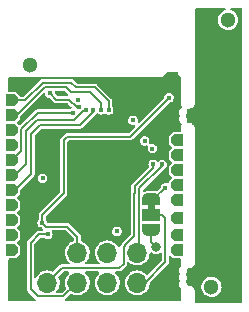
<source format=gbr>
%TF.GenerationSoftware,KiCad,Pcbnew,(5.99.0-10506-gb986797469)*%
%TF.CreationDate,2022-01-12T00:10:25+01:00*%
%TF.ProjectId,ESP31_V3,45535033-315f-4563-932e-6b696361645f,rev?*%
%TF.SameCoordinates,Original*%
%TF.FileFunction,Copper,L4,Bot*%
%TF.FilePolarity,Positive*%
%FSLAX46Y46*%
G04 Gerber Fmt 4.6, Leading zero omitted, Abs format (unit mm)*
G04 Created by KiCad (PCBNEW (5.99.0-10506-gb986797469)) date 2022-01-12 00:10:25*
%MOMM*%
%LPD*%
G01*
G04 APERTURE LIST*
G04 Aperture macros list*
%AMOutline5P*
0 Free polygon, 5 corners , with rotation*
0 The origin of the aperture is its center*
0 number of corners: always 8*
0 $1 to $10 corner X, Y*
0 $11 Rotation angle, in degrees counterclockwise*
0 create outline with 8 corners*
4,1,5,$1,$2,$3,$4,$5,$6,$7,$8,$9,$10,$1,$2,$11*%
%AMOutline6P*
0 Free polygon, 6 corners , with rotation*
0 The origin of the aperture is its center*
0 number of corners: always 6*
0 $1 to $12 corner X, Y*
0 $13 Rotation angle, in degrees counterclockwise*
0 create outline with 6 corners*
4,1,6,$1,$2,$3,$4,$5,$6,$7,$8,$9,$10,$11,$12,$1,$2,$13*%
%AMOutline7P*
0 Free polygon, 7 corners , with rotation*
0 The origin of the aperture is its center*
0 number of corners: always 7*
0 $1 to $14 corner X, Y*
0 $15 Rotation angle, in degrees counterclockwise*
0 create outline with 7 corners*
4,1,7,$1,$2,$3,$4,$5,$6,$7,$8,$9,$10,$11,$12,$13,$14,$1,$2,$15*%
%AMOutline8P*
0 Free polygon, 8 corners , with rotation*
0 The origin of the aperture is its center*
0 number of corners: always 8*
0 $1 to $16 corner X, Y*
0 $17 Rotation angle, in degrees counterclockwise*
0 create outline with 8 corners*
4,1,8,$1,$2,$3,$4,$5,$6,$7,$8,$9,$10,$11,$12,$13,$14,$15,$16,$1,$2,$17*%
%AMFreePoly0*
4,1,22,0.550000,-0.750000,0.000000,-0.750000,0.000000,-0.745033,-0.079941,-0.743568,-0.215256,-0.701293,-0.333266,-0.622738,-0.424486,-0.514219,-0.481581,-0.384460,-0.499164,-0.250000,-0.500000,-0.250000,-0.500000,0.250000,-0.499164,0.250000,-0.499963,0.256109,-0.478152,0.396186,-0.417904,0.524511,-0.324060,0.630769,-0.204165,0.706417,-0.067858,0.745374,0.000000,0.744959,0.000000,0.750000,
0.550000,0.750000,0.550000,-0.750000,0.550000,-0.750000,$1*%
%AMFreePoly1*
4,1,20,0.000000,0.744959,0.073905,0.744508,0.209726,0.703889,0.328688,0.626782,0.421226,0.519385,0.479903,0.390333,0.500000,0.250000,0.500000,-0.250000,0.499851,-0.262216,0.476331,-0.402017,0.414519,-0.529596,0.319384,-0.634700,0.198574,-0.708877,0.061801,-0.746166,0.000000,-0.745033,0.000000,-0.750000,-0.550000,-0.750000,-0.550000,0.750000,0.000000,0.750000,0.000000,0.744959,
0.000000,0.744959,$1*%
G04 Aperture macros list end*
%TA.AperFunction,ComponentPad*%
%ADD10Outline6P,0.250000X-0.500000X-0.500000X-0.500000X-0.500000X0.500000X0.250000X0.500000X0.500000X0.250000X0.500000X-0.250000X180.000000*%
%TD*%
%TA.AperFunction,ComponentPad*%
%ADD11Outline6P,0.250000X-0.500000X-0.500000X-0.500000X-0.500000X0.500000X0.250000X0.500000X0.500000X0.250000X0.500000X-0.250000X0.000000*%
%TD*%
%TA.AperFunction,WasherPad*%
%ADD12C,1.300000*%
%TD*%
%TA.AperFunction,ComponentPad*%
%ADD13R,0.900000X0.500000*%
%TD*%
%TA.AperFunction,ComponentPad*%
%ADD14R,1.700000X1.700000*%
%TD*%
%TA.AperFunction,ComponentPad*%
%ADD15O,1.700000X1.700000*%
%TD*%
%TA.AperFunction,SMDPad,CuDef*%
%ADD16FreePoly0,270.000000*%
%TD*%
%TA.AperFunction,SMDPad,CuDef*%
%ADD17R,1.500000X1.000000*%
%TD*%
%TA.AperFunction,SMDPad,CuDef*%
%ADD18FreePoly1,270.000000*%
%TD*%
%TA.AperFunction,ViaPad*%
%ADD19C,0.400000*%
%TD*%
%TA.AperFunction,ViaPad*%
%ADD20C,0.800000*%
%TD*%
%TA.AperFunction,Conductor*%
%ADD21C,0.200000*%
%TD*%
G04 APERTURE END LIST*
%TO.C,JP1*%
G36*
X116600000Y-107100000D02*
G01*
X116000000Y-107100000D01*
X116000000Y-106600000D01*
X116600000Y-106600000D01*
X116600000Y-107100000D01*
G37*
%TD*%
D10*
%TO.P,J5,1,Pin_1*%
%TO.N,/IO5*%
X118500000Y-107780000D03*
%TD*%
%TO.P,J10,1,Pin_1*%
%TO.N,/IO21*%
X118500000Y-101180000D03*
%TD*%
%TO.P,J7,1,Pin_1*%
%TO.N,/IO10*%
X118500000Y-109230000D03*
%TD*%
D11*
%TO.P,J18,1,Pin_1*%
%TO.N,/IO34*%
X104500000Y-102870000D03*
%TD*%
D10*
%TO.P,J9,1,Pin_1*%
%TO.N,/IO19*%
X118500000Y-103720000D03*
%TD*%
%TO.P,J6,1,Pin_1*%
%TO.N,/IO9*%
X118500000Y-110500000D03*
%TD*%
%TO.P,J12,1,Pin_1*%
%TO.N,/IO23*%
X118500000Y-104990000D03*
%TD*%
D11*
%TO.P,J19,1,Pin_1*%
%TO.N,/IO35*%
X104500000Y-100330000D03*
%TD*%
D12*
%TO.P,REF\u002A\u002A,*%
%TO.N,*%
X106000000Y-94800000D03*
%TD*%
D11*
%TO.P,J13,1,Pin_1*%
%TO.N,/IO25*%
X104500000Y-107950000D03*
%TD*%
D12*
%TO.P,,*%
%TO.N,*%
X122800000Y-91000000D03*
%TD*%
D11*
%TO.P,J15,1,Pin_1*%
%TO.N,/IO27*%
X104500000Y-110490000D03*
%TD*%
%TO.P,J17,1,Pin_1*%
%TO.N,/IO33*%
X104500000Y-106680000D03*
%TD*%
%TO.P,J14,1,Pin_1*%
%TO.N,/IO26*%
X104500000Y-109220000D03*
%TD*%
D10*
%TO.P,J8,1,Pin_1*%
%TO.N,/IO18*%
X118500000Y-106260000D03*
%TD*%
D13*
%TO.P,AE1,2,Shield*%
%TO.N,GND*%
X118150000Y-95625000D03*
%TD*%
D11*
%TO.P,J3,1,Pin_1*%
%TO.N,/CAPN*%
X104500000Y-105410000D03*
%TD*%
%TO.P,J4,1,Pin_1*%
%TO.N,/SENS_VN*%
X104500000Y-104140000D03*
%TD*%
D10*
%TO.P,J11,1,Pin_1*%
%TO.N,/IO22*%
X118500000Y-102450000D03*
%TD*%
D12*
%TO.P,,*%
%TO.N,*%
X121400000Y-113600000D03*
%TD*%
D11*
%TO.P,J1,1,Pin_1*%
%TO.N,/SENS_VP*%
X104500000Y-97790000D03*
%TD*%
%TO.P,J16,1,Pin_1*%
%TO.N,/IO32*%
X104500000Y-101600000D03*
%TD*%
%TO.P,J2,1,Pin_1*%
%TO.N,/CAPP*%
X104500000Y-99060000D03*
%TD*%
D14*
%TO.P,J20,1,Pin_1*%
%TO.N,GND*%
X107500000Y-110725000D03*
D15*
%TO.P,J20,2,Pin_2*%
%TO.N,/IO1*%
X107500000Y-113265000D03*
%TO.P,J20,3,Pin_3*%
%TO.N,/IO2*%
X110040000Y-110725000D03*
%TO.P,J20,4,Pin_4*%
%TO.N,/IO4*%
X110040000Y-113265000D03*
%TO.P,J20,5,Pin_5*%
%TO.N,/IO0*%
X112580000Y-110725000D03*
%TO.P,J20,6,Pin_6*%
%TO.N,/EN*%
X112580000Y-113265000D03*
%TO.P,J20,7,Pin_7*%
%TO.N,/IO3*%
X115120000Y-110725000D03*
%TO.P,J20,8,Pin_8*%
%TO.N,VIN*%
X115120000Y-113265000D03*
%TD*%
D16*
%TO.P,JP1,1,A*%
%TO.N,+3V3*%
X116300000Y-106200000D03*
D17*
%TO.P,JP1,2,C*%
%TO.N,VIN*%
X116300000Y-107500000D03*
D18*
%TO.P,JP1,3,B*%
%TO.N,Net-(C1-Pad2)*%
X116300000Y-108800000D03*
%TD*%
D19*
%TO.N,GND*%
X117350000Y-96150000D03*
X112889765Y-108410228D03*
X116130000Y-97680000D03*
X105500000Y-99300000D03*
X109100000Y-109150000D03*
X113900000Y-97100000D03*
X104550000Y-96200000D03*
X113550000Y-96200000D03*
X114850000Y-98150000D03*
X108580000Y-107330000D03*
X118500000Y-98500000D03*
X116530000Y-97200000D03*
X116750000Y-96050000D03*
X111500000Y-103000000D03*
X106650000Y-98200000D03*
X114200000Y-108900000D03*
X108508800Y-97256600D03*
X116500000Y-111100000D03*
X104500000Y-113750000D03*
X110500000Y-102000000D03*
X108740000Y-113670000D03*
X118500000Y-97750000D03*
X118500000Y-100000000D03*
X115350000Y-96050000D03*
X116750000Y-96600000D03*
X115150000Y-96600000D03*
X109900000Y-107400000D03*
X112500000Y-102000000D03*
X112500000Y-104000000D03*
X118500000Y-96250000D03*
X111750000Y-96200000D03*
X118500000Y-99250000D03*
X114503200Y-96800000D03*
X114400000Y-96200000D03*
X113374500Y-97587566D03*
X110150000Y-96200000D03*
X118500000Y-112750000D03*
X104500000Y-112750000D03*
X113621581Y-109899011D03*
X118500000Y-97000000D03*
X110500000Y-104000000D03*
X118500000Y-113750000D03*
X115450000Y-98050000D03*
X114450000Y-98700000D03*
%TO.N,/EN*%
X107725000Y-97227600D03*
X110162095Y-98373291D03*
%TO.N,+3V3*%
X110124000Y-97775000D03*
X114750000Y-99500000D03*
X113400000Y-108900000D03*
X116396800Y-101896800D03*
X115750000Y-101250000D03*
X107100000Y-104400000D03*
X117495701Y-105195701D03*
%TO.N,/IO1*%
X116464297Y-103214297D03*
%TO.N,/IO2*%
X107069740Y-108169740D03*
X117800000Y-97600000D03*
%TO.N,/IO4*%
X107542579Y-109142578D03*
%TO.N,/IO3*%
X117211935Y-103241894D03*
D20*
%TO.N,Net-(C1-Pad2)*%
X116700000Y-110200000D03*
D19*
%TO.N,/SENS_VN*%
X110808929Y-98625870D03*
%TO.N,/SENS_VP*%
X112700500Y-98625000D03*
%TO.N,/CAPP*%
X112057502Y-98617052D03*
%TO.N,/CAPN*%
X111408098Y-98605879D03*
%TO.N,/IO34*%
X109668798Y-98858724D03*
%TD*%
D21*
%TO.N,/EN*%
X109983014Y-98373291D02*
X109359723Y-97750000D01*
X108253511Y-97756111D02*
X107725000Y-97227600D01*
X110162095Y-98373291D02*
X109983014Y-98373291D01*
X108748566Y-97756111D02*
X108253511Y-97756111D01*
X108754677Y-97750000D02*
X108748566Y-97756111D01*
X109359723Y-97750000D02*
X108754677Y-97750000D01*
%TO.N,+3V3*%
X116300000Y-106200000D02*
X116491402Y-106200000D01*
X116491402Y-106200000D02*
X117495701Y-105195701D01*
%TO.N,/IO1*%
X114849832Y-105698512D02*
X114900000Y-105648344D01*
X114900000Y-105100000D02*
X116464297Y-103535703D01*
X114849832Y-109293892D02*
X114849832Y-105698512D01*
X113970489Y-111629511D02*
X113970489Y-110268788D01*
X114900000Y-105648344D02*
X114900000Y-105100000D01*
X107460000Y-113265000D02*
X108725000Y-112000000D01*
X108725000Y-112000000D02*
X113600000Y-112000000D01*
X116464297Y-103535703D02*
X116464297Y-103214297D01*
X113970489Y-110268788D02*
X114099511Y-110139766D01*
X114099511Y-110139766D02*
X114099511Y-110044213D01*
X114099511Y-110044213D02*
X114849832Y-109293892D01*
X113600000Y-112000000D02*
X113970489Y-111629511D01*
%TO.N,/IO2*%
X108910000Y-105690000D02*
X108910000Y-101180000D01*
X114520000Y-100880000D02*
X117800000Y-97600000D01*
X107069740Y-108169740D02*
X107069740Y-107530260D01*
X109210000Y-100880000D02*
X114520000Y-100880000D01*
X107069740Y-108169740D02*
X107400000Y-108500000D01*
X107069740Y-107530260D02*
X108910000Y-105690000D01*
X110040000Y-109350723D02*
X110040000Y-110725000D01*
X109189277Y-108500000D02*
X110040000Y-109350723D01*
X108910000Y-101180000D02*
X109210000Y-100880000D01*
X107400000Y-108500000D02*
X109189277Y-108500000D01*
%TO.N,/IO4*%
X106080000Y-113800000D02*
X106694511Y-114414511D01*
X106694511Y-114414511D02*
X108850489Y-114414511D01*
X106080000Y-109865880D02*
X106080000Y-113800000D01*
X107542579Y-109142578D02*
X106803302Y-109142578D01*
X108850489Y-114414511D02*
X110000000Y-113265000D01*
X106803302Y-109142578D02*
X106080000Y-109865880D01*
%TO.N,/IO3*%
X115249352Y-105863998D02*
X115249352Y-110555648D01*
X115300000Y-105265006D02*
X115300000Y-105813350D01*
X117211935Y-103353071D02*
X115300000Y-105265006D01*
X115300000Y-105813350D02*
X115249352Y-105863998D01*
X115249352Y-110555648D02*
X115080000Y-110725000D01*
X117211935Y-103241894D02*
X117211935Y-103353071D01*
%TO.N,Net-(C1-Pad2)*%
X116300000Y-108800000D02*
X116300000Y-109800000D01*
X116300000Y-109800000D02*
X116700000Y-110200000D01*
%TO.N,/SENS_VN*%
X106658201Y-99466799D02*
X105699040Y-100425960D01*
X105699040Y-103200960D02*
X104760000Y-104140000D01*
X110808929Y-98625870D02*
X110640929Y-98625870D01*
X104760000Y-104140000D02*
X104500000Y-104140000D01*
X109800000Y-99466799D02*
X106658201Y-99466799D01*
X105699040Y-100425960D02*
X105699040Y-103200960D01*
X110640929Y-98625870D02*
X109800000Y-99466799D01*
%TO.N,/SENS_VP*%
X111499511Y-96699511D02*
X110199511Y-96699511D01*
X105610000Y-97790000D02*
X104500000Y-97790000D01*
X107100000Y-96300000D02*
X105610000Y-97790000D01*
X109510723Y-96300000D02*
X107100000Y-96300000D01*
X112700500Y-98625000D02*
X112700500Y-97900500D01*
X110199511Y-96699511D02*
X109910234Y-96699511D01*
X109910234Y-96699511D02*
X109510723Y-96300000D01*
X112700500Y-97900500D02*
X111499511Y-96699511D01*
X110325511Y-96699511D02*
X110199511Y-96699511D01*
%TO.N,/CAPP*%
X109499030Y-97099030D02*
X109099520Y-96699520D01*
X111099031Y-97099031D02*
X109499030Y-97099030D01*
X107265486Y-96699520D02*
X104905006Y-99060000D01*
X104905006Y-99060000D02*
X104500000Y-99060000D01*
X109099520Y-96699520D02*
X107265486Y-96699520D01*
X112057502Y-98617052D02*
X112057502Y-98057502D01*
X112057502Y-98057502D02*
X111099031Y-97099031D01*
%TO.N,/CAPN*%
X104765000Y-105410000D02*
X106125000Y-104050000D01*
X106125000Y-104050000D02*
X106125000Y-100675000D01*
X106875000Y-99925000D02*
X110249076Y-99925000D01*
X106125000Y-100675000D02*
X106875000Y-99925000D01*
X110249076Y-99925000D02*
X111408098Y-98765978D01*
X104500000Y-105410000D02*
X104765000Y-105410000D01*
X111408098Y-98765978D02*
X111408098Y-98605879D01*
%TO.N,/IO34*%
X106701270Y-98858724D02*
X105299521Y-100260473D01*
X105299521Y-100260473D02*
X105299520Y-102070480D01*
X109668798Y-98858724D02*
X106701270Y-98858724D01*
X105299520Y-102070480D02*
X104500000Y-102870000D01*
%TO.N,VIN*%
X117500000Y-107750000D02*
X117500000Y-111500000D01*
X115735000Y-113265000D02*
X115120000Y-113265000D01*
X117500000Y-111500000D02*
X115735000Y-113265000D01*
X117250000Y-107500000D02*
X117500000Y-107750000D01*
X116300000Y-107500000D02*
X117250000Y-107500000D01*
%TD*%
%TA.AperFunction,Conductor*%
%TO.N,GND*%
G36*
X116306028Y-110660956D02*
G01*
X116334358Y-110676119D01*
X116397250Y-110724378D01*
X116543285Y-110784868D01*
X116700000Y-110805500D01*
X116856715Y-110784868D01*
X117002750Y-110724378D01*
X117040235Y-110695615D01*
X117097908Y-110675192D01*
X117156574Y-110692569D01*
X117193821Y-110741111D01*
X117199500Y-110774158D01*
X117199500Y-111334521D01*
X117180593Y-111392712D01*
X117170504Y-111404525D01*
X116029448Y-112545580D01*
X115974931Y-112573357D01*
X115914499Y-112563786D01*
X115882726Y-112538147D01*
X115868952Y-112521259D01*
X115843824Y-112500471D01*
X115713955Y-112393034D01*
X115713953Y-112393033D01*
X115710228Y-112389951D01*
X115598420Y-112329496D01*
X115533277Y-112294273D01*
X115533276Y-112294272D01*
X115529023Y-112291973D01*
X115461438Y-112271052D01*
X115336859Y-112232488D01*
X115336855Y-112232487D01*
X115332238Y-112231058D01*
X115327431Y-112230553D01*
X115327427Y-112230552D01*
X115132185Y-112210032D01*
X115132183Y-112210032D01*
X115127369Y-112209526D01*
X115059372Y-112215714D01*
X114927039Y-112227757D01*
X114927036Y-112227758D01*
X114922219Y-112228196D01*
X114917577Y-112229562D01*
X114917573Y-112229563D01*
X114729250Y-112284989D01*
X114729247Y-112284990D01*
X114724603Y-112286357D01*
X114709461Y-112294273D01*
X114546344Y-112379548D01*
X114546340Y-112379551D01*
X114542047Y-112381795D01*
X114538271Y-112384831D01*
X114538268Y-112384833D01*
X114531903Y-112389951D01*
X114381505Y-112510874D01*
X114308736Y-112597597D01*
X114252202Y-112664971D01*
X114252199Y-112664975D01*
X114249093Y-112668677D01*
X114149853Y-112849194D01*
X114087565Y-113045549D01*
X114087025Y-113050361D01*
X114087025Y-113050362D01*
X114067905Y-113220827D01*
X114064603Y-113250263D01*
X114068548Y-113297240D01*
X114080809Y-113443257D01*
X114081840Y-113455538D01*
X114083173Y-113460186D01*
X114083173Y-113460187D01*
X114106536Y-113541661D01*
X114138621Y-113653555D01*
X114232782Y-113836773D01*
X114360737Y-113998212D01*
X114364417Y-114001344D01*
X114364419Y-114001346D01*
X114416422Y-114045604D01*
X114517612Y-114131723D01*
X114521835Y-114134083D01*
X114521839Y-114134086D01*
X114638453Y-114199259D01*
X114697432Y-114232221D01*
X114702030Y-114233715D01*
X114888742Y-114294382D01*
X114888745Y-114294383D01*
X114893347Y-114295878D01*
X115097895Y-114320269D01*
X115102717Y-114319898D01*
X115102720Y-114319898D01*
X115298458Y-114304837D01*
X115298463Y-114304836D01*
X115303286Y-114304465D01*
X115501695Y-114249068D01*
X115532089Y-114233715D01*
X115681244Y-114158371D01*
X115681246Y-114158370D01*
X115685565Y-114156188D01*
X115847893Y-114029363D01*
X115851055Y-114025700D01*
X115851060Y-114025695D01*
X115944223Y-113917764D01*
X115982496Y-113873424D01*
X115986054Y-113867162D01*
X116081858Y-113698517D01*
X116081859Y-113698514D01*
X116084247Y-113694311D01*
X116088688Y-113680963D01*
X116147743Y-113503435D01*
X116147743Y-113503433D01*
X116149270Y-113498844D01*
X116150133Y-113492018D01*
X116171763Y-113320792D01*
X116175088Y-113294471D01*
X116175131Y-113291440D01*
X116175158Y-113289452D01*
X116175316Y-113288987D01*
X116175319Y-113288948D01*
X116175329Y-113288949D01*
X116194874Y-113231530D01*
X116204144Y-113220827D01*
X116926910Y-112498062D01*
X117675644Y-111749328D01*
X117678018Y-111747279D01*
X117682147Y-111745261D01*
X117712100Y-111712971D01*
X117714677Y-111710295D01*
X117731469Y-111693503D01*
X117734048Y-111689744D01*
X117735777Y-111687663D01*
X117739340Y-111683606D01*
X117752010Y-111669948D01*
X117752012Y-111669945D01*
X117758227Y-111663245D01*
X117762488Y-111652564D01*
X117772805Y-111633244D01*
X117774133Y-111631309D01*
X117779304Y-111623771D01*
X117785451Y-111597869D01*
X117789817Y-111584066D01*
X117799682Y-111559339D01*
X117800500Y-111550996D01*
X117800500Y-111546046D01*
X117802971Y-111524927D01*
X117803025Y-111523817D01*
X117805136Y-111514923D01*
X117801404Y-111487500D01*
X117800500Y-111474150D01*
X117800500Y-111073058D01*
X117819407Y-111014867D01*
X117868907Y-110978903D01*
X117930093Y-110978903D01*
X117969504Y-111003054D01*
X118166950Y-111200500D01*
X118701000Y-111200500D01*
X118759191Y-111219407D01*
X118795155Y-111268907D01*
X118800000Y-111299500D01*
X118800000Y-111446418D01*
X118798228Y-111465063D01*
X118794329Y-111485395D01*
X118796108Y-111534035D01*
X118796157Y-111535375D01*
X118793067Y-111535488D01*
X118793232Y-111537213D01*
X118795457Y-111537080D01*
X118795457Y-111537082D01*
X118797360Y-111569002D01*
X118797466Y-111571202D01*
X118798553Y-111600909D01*
X118799467Y-111604335D01*
X118799689Y-111608052D01*
X118801265Y-111613421D01*
X118801266Y-111613424D01*
X118807806Y-111635697D01*
X118808467Y-111638057D01*
X118816842Y-111669434D01*
X118813845Y-111670234D01*
X118814175Y-111672146D01*
X118818164Y-111670974D01*
X118818165Y-111670975D01*
X118834816Y-111727683D01*
X118835009Y-111728619D01*
X118834443Y-111734073D01*
X118845714Y-111765419D01*
X118847537Y-111771008D01*
X118852389Y-111787533D01*
X118851154Y-111787896D01*
X118855744Y-111842741D01*
X118824034Y-111895068D01*
X118813070Y-111903275D01*
X118760744Y-111937061D01*
X118688473Y-112028737D01*
X118685763Y-112036455D01*
X118685761Y-112036458D01*
X118654424Y-112125695D01*
X118649794Y-112138879D01*
X118649656Y-112156484D01*
X118649059Y-112232488D01*
X118648877Y-112255612D01*
X118685821Y-112366349D01*
X118690785Y-112372854D01*
X118690786Y-112372855D01*
X118742284Y-112440333D01*
X118762558Y-112498062D01*
X118741332Y-112561685D01*
X118688473Y-112628737D01*
X118685763Y-112636455D01*
X118685761Y-112636458D01*
X118652505Y-112731159D01*
X118649794Y-112738879D01*
X118649730Y-112747062D01*
X118649119Y-112824865D01*
X118648877Y-112855612D01*
X118685821Y-112966349D01*
X118690785Y-112972854D01*
X118690786Y-112972855D01*
X118742284Y-113040333D01*
X118762558Y-113098062D01*
X118741332Y-113161685D01*
X118688473Y-113228737D01*
X118685763Y-113236455D01*
X118685761Y-113236458D01*
X118652505Y-113331159D01*
X118649794Y-113338879D01*
X118648877Y-113455612D01*
X118685821Y-113566349D01*
X118756644Y-113659148D01*
X118781158Y-113675528D01*
X118789292Y-113680963D01*
X118827171Y-113729013D01*
X118829280Y-113791168D01*
X118818219Y-113828840D01*
X118815264Y-113827972D01*
X118814873Y-113829664D01*
X118817014Y-113830239D01*
X118808707Y-113861145D01*
X118808093Y-113863327D01*
X118799744Y-113891763D01*
X118799527Y-113895303D01*
X118798560Y-113898899D01*
X118798355Y-113904498D01*
X118798355Y-113904500D01*
X118797507Y-113927699D01*
X118797388Y-113930137D01*
X118795397Y-113962555D01*
X118792301Y-113962365D01*
X118792008Y-113964283D01*
X118796164Y-113964435D01*
X118794336Y-114014413D01*
X118795372Y-114019865D01*
X118798261Y-114035074D01*
X118800000Y-114053551D01*
X118800000Y-114701000D01*
X118781093Y-114759191D01*
X118731593Y-114795155D01*
X118701000Y-114800000D01*
X109134229Y-114800000D01*
X109076038Y-114781093D01*
X109040074Y-114731593D01*
X109040074Y-114670407D01*
X109058062Y-114642623D01*
X109055700Y-114640827D01*
X109072449Y-114618801D01*
X109081250Y-114608721D01*
X109462056Y-114227916D01*
X109516572Y-114200139D01*
X109580356Y-114211500D01*
X109617432Y-114232221D01*
X109622030Y-114233715D01*
X109808742Y-114294382D01*
X109808745Y-114294383D01*
X109813347Y-114295878D01*
X110017895Y-114320269D01*
X110022717Y-114319898D01*
X110022720Y-114319898D01*
X110218458Y-114304837D01*
X110218463Y-114304836D01*
X110223286Y-114304465D01*
X110421695Y-114249068D01*
X110452089Y-114233715D01*
X110601244Y-114158371D01*
X110601246Y-114158370D01*
X110605565Y-114156188D01*
X110767893Y-114029363D01*
X110771055Y-114025700D01*
X110771060Y-114025695D01*
X110864223Y-113917764D01*
X110902496Y-113873424D01*
X110906054Y-113867162D01*
X111001858Y-113698517D01*
X111001859Y-113698514D01*
X111004247Y-113694311D01*
X111008688Y-113680963D01*
X111067743Y-113503435D01*
X111067743Y-113503433D01*
X111069270Y-113498844D01*
X111070133Y-113492018D01*
X111091763Y-113320792D01*
X111095088Y-113294471D01*
X111095131Y-113291440D01*
X111095461Y-113267776D01*
X111095500Y-113265000D01*
X111094528Y-113255083D01*
X111075870Y-113064796D01*
X111075869Y-113064792D01*
X111075398Y-113059986D01*
X111072493Y-113050362D01*
X111017256Y-112867412D01*
X111015858Y-112862780D01*
X110919148Y-112680895D01*
X110788952Y-112521259D01*
X110763824Y-112500471D01*
X110733979Y-112475781D01*
X110701194Y-112424120D01*
X110705036Y-112363055D01*
X110744037Y-112315911D01*
X110797084Y-112300500D01*
X111822032Y-112300500D01*
X111880223Y-112319407D01*
X111916187Y-112368907D01*
X111916187Y-112430093D01*
X111884066Y-112476654D01*
X111841505Y-112510874D01*
X111768736Y-112597597D01*
X111712202Y-112664971D01*
X111712199Y-112664975D01*
X111709093Y-112668677D01*
X111609853Y-112849194D01*
X111547565Y-113045549D01*
X111547025Y-113050361D01*
X111547025Y-113050362D01*
X111527905Y-113220827D01*
X111524603Y-113250263D01*
X111528548Y-113297240D01*
X111540809Y-113443257D01*
X111541840Y-113455538D01*
X111543173Y-113460186D01*
X111543173Y-113460187D01*
X111566536Y-113541661D01*
X111598621Y-113653555D01*
X111692782Y-113836773D01*
X111820737Y-113998212D01*
X111824417Y-114001344D01*
X111824419Y-114001346D01*
X111876422Y-114045604D01*
X111977612Y-114131723D01*
X111981835Y-114134083D01*
X111981839Y-114134086D01*
X112098453Y-114199259D01*
X112157432Y-114232221D01*
X112162030Y-114233715D01*
X112348742Y-114294382D01*
X112348745Y-114294383D01*
X112353347Y-114295878D01*
X112557895Y-114320269D01*
X112562717Y-114319898D01*
X112562720Y-114319898D01*
X112758458Y-114304837D01*
X112758463Y-114304836D01*
X112763286Y-114304465D01*
X112961695Y-114249068D01*
X112992089Y-114233715D01*
X113141244Y-114158371D01*
X113141246Y-114158370D01*
X113145565Y-114156188D01*
X113307893Y-114029363D01*
X113311055Y-114025700D01*
X113311060Y-114025695D01*
X113404223Y-113917764D01*
X113442496Y-113873424D01*
X113446054Y-113867162D01*
X113541858Y-113698517D01*
X113541859Y-113698514D01*
X113544247Y-113694311D01*
X113548688Y-113680963D01*
X113607743Y-113503435D01*
X113607743Y-113503433D01*
X113609270Y-113498844D01*
X113610133Y-113492018D01*
X113631763Y-113320792D01*
X113635088Y-113294471D01*
X113635131Y-113291440D01*
X113635461Y-113267776D01*
X113635500Y-113265000D01*
X113634528Y-113255083D01*
X113615870Y-113064796D01*
X113615869Y-113064792D01*
X113615398Y-113059986D01*
X113612493Y-113050362D01*
X113557256Y-112867412D01*
X113555858Y-112862780D01*
X113459148Y-112680895D01*
X113328952Y-112521259D01*
X113303824Y-112500471D01*
X113273979Y-112475781D01*
X113241194Y-112424120D01*
X113245036Y-112363055D01*
X113284037Y-112315911D01*
X113337084Y-112300500D01*
X113547892Y-112300500D01*
X113551024Y-112300730D01*
X113555372Y-112302223D01*
X113564508Y-112301880D01*
X113599401Y-112300570D01*
X113603115Y-112300500D01*
X113626846Y-112300500D01*
X113631330Y-112299665D01*
X113634004Y-112299418D01*
X113639389Y-112299069D01*
X113658029Y-112298369D01*
X113658030Y-112298369D01*
X113667162Y-112298026D01*
X113675557Y-112294420D01*
X113675559Y-112294419D01*
X113677730Y-112293486D01*
X113698674Y-112287123D01*
X113700168Y-112286844D01*
X113700992Y-112286691D01*
X113700993Y-112286691D01*
X113709979Y-112285017D01*
X113717761Y-112280220D01*
X113717764Y-112280219D01*
X113732636Y-112271052D01*
X113745499Y-112264370D01*
X113769948Y-112253866D01*
X113776426Y-112248545D01*
X113779929Y-112245042D01*
X113796604Y-112231861D01*
X113797429Y-112231113D01*
X113805211Y-112226316D01*
X113821957Y-112204294D01*
X113830756Y-112194215D01*
X114146128Y-111878843D01*
X114148506Y-111876791D01*
X114152636Y-111874772D01*
X114182601Y-111842469D01*
X114185178Y-111839793D01*
X114201958Y-111823013D01*
X114204536Y-111819256D01*
X114206268Y-111817171D01*
X114209829Y-111813117D01*
X114222499Y-111799459D01*
X114222501Y-111799456D01*
X114228716Y-111792756D01*
X114232104Y-111784264D01*
X114232979Y-111782072D01*
X114243291Y-111762761D01*
X114244621Y-111760822D01*
X114244622Y-111760821D01*
X114249794Y-111753281D01*
X114255938Y-111727391D01*
X114260312Y-111713562D01*
X114267582Y-111695340D01*
X114267582Y-111695338D01*
X114270171Y-111688850D01*
X114270989Y-111680507D01*
X114270989Y-111675557D01*
X114273460Y-111654438D01*
X114273514Y-111653328D01*
X114275625Y-111644434D01*
X114271893Y-111617011D01*
X114270989Y-111603661D01*
X114270989Y-111596086D01*
X114289896Y-111537895D01*
X114339396Y-111501931D01*
X114400582Y-111501931D01*
X114434153Y-111520694D01*
X114449829Y-111534035D01*
X114517612Y-111591723D01*
X114521835Y-111594083D01*
X114521839Y-111594086D01*
X114611927Y-111644434D01*
X114697432Y-111692221D01*
X114702030Y-111693715D01*
X114888742Y-111754382D01*
X114888745Y-111754383D01*
X114893347Y-111755878D01*
X115097895Y-111780269D01*
X115102717Y-111779898D01*
X115102720Y-111779898D01*
X115298458Y-111764837D01*
X115298463Y-111764836D01*
X115303286Y-111764465D01*
X115501695Y-111709068D01*
X115516418Y-111701631D01*
X115681244Y-111618371D01*
X115681246Y-111618370D01*
X115685565Y-111616188D01*
X115847893Y-111489363D01*
X115851055Y-111485700D01*
X115851060Y-111485695D01*
X115946152Y-111375529D01*
X115982496Y-111333424D01*
X116005766Y-111292463D01*
X116081858Y-111158517D01*
X116081859Y-111158514D01*
X116084247Y-111154311D01*
X116099355Y-111108897D01*
X116147743Y-110963435D01*
X116147743Y-110963433D01*
X116149270Y-110958844D01*
X116154154Y-110920187D01*
X116174740Y-110757225D01*
X116175088Y-110754471D01*
X116175127Y-110751696D01*
X116175319Y-110748948D01*
X116176542Y-110749034D01*
X116194841Y-110695336D01*
X116244849Y-110660082D01*
X116306028Y-110660956D01*
G37*
%TD.AperFunction*%
%TA.AperFunction,Conductor*%
G36*
X118417774Y-95418907D02*
G01*
X118428869Y-95428286D01*
X118770286Y-95762806D01*
X118798618Y-95817036D01*
X118800000Y-95833520D01*
X118800000Y-97946418D01*
X118798228Y-97965063D01*
X118794329Y-97985395D01*
X118795693Y-98022681D01*
X118796157Y-98035375D01*
X118793067Y-98035488D01*
X118793232Y-98037213D01*
X118795457Y-98037080D01*
X118795457Y-98037082D01*
X118797360Y-98069002D01*
X118797466Y-98071202D01*
X118798553Y-98100909D01*
X118799467Y-98104335D01*
X118799689Y-98108052D01*
X118801265Y-98113421D01*
X118801266Y-98113424D01*
X118807806Y-98135697D01*
X118808467Y-98138057D01*
X118816842Y-98169434D01*
X118813845Y-98170234D01*
X118814175Y-98172146D01*
X118818164Y-98170974D01*
X118818165Y-98170975D01*
X118834816Y-98227683D01*
X118835009Y-98228619D01*
X118834443Y-98234073D01*
X118845714Y-98265419D01*
X118847537Y-98271008D01*
X118852389Y-98287532D01*
X118855099Y-98292379D01*
X118855883Y-98294245D01*
X118856604Y-98295708D01*
X118858499Y-98300976D01*
X118861526Y-98305686D01*
X118861527Y-98305688D01*
X118867700Y-98315294D01*
X118870822Y-98320497D01*
X118885250Y-98346298D01*
X118897149Y-98406315D01*
X118871499Y-98461864D01*
X118852546Y-98477785D01*
X118760744Y-98537061D01*
X118755679Y-98543486D01*
X118755678Y-98543487D01*
X118731855Y-98573707D01*
X118688473Y-98628737D01*
X118685763Y-98636455D01*
X118685761Y-98636458D01*
X118661443Y-98705706D01*
X118649794Y-98738879D01*
X118648877Y-98855612D01*
X118685821Y-98966349D01*
X118690785Y-98972854D01*
X118690786Y-98972855D01*
X118742284Y-99040333D01*
X118762558Y-99098062D01*
X118741332Y-99161685D01*
X118688473Y-99228737D01*
X118685763Y-99236455D01*
X118685761Y-99236458D01*
X118652505Y-99331159D01*
X118649794Y-99338879D01*
X118648877Y-99455612D01*
X118685821Y-99566349D01*
X118690785Y-99572854D01*
X118690786Y-99572855D01*
X118712519Y-99601331D01*
X118756644Y-99659148D01*
X118763448Y-99663694D01*
X118853487Y-99723857D01*
X118891366Y-99771907D01*
X118893768Y-99833045D01*
X118884808Y-99854642D01*
X118870942Y-99879337D01*
X118867903Y-99884391D01*
X118861603Y-99894193D01*
X118861601Y-99894197D01*
X118858603Y-99898862D01*
X118856717Y-99904078D01*
X118855811Y-99905911D01*
X118855182Y-99907405D01*
X118852443Y-99912283D01*
X118850867Y-99917652D01*
X118850864Y-99917658D01*
X118847645Y-99928621D01*
X118845758Y-99934387D01*
X118838278Y-99955076D01*
X118838277Y-99955081D01*
X118834488Y-99965562D01*
X118835061Y-99971175D01*
X118834844Y-99972221D01*
X118818219Y-100028841D01*
X118815264Y-100027973D01*
X118814873Y-100029664D01*
X118817014Y-100030239D01*
X118808707Y-100061145D01*
X118808093Y-100063327D01*
X118799744Y-100091763D01*
X118799527Y-100095303D01*
X118798560Y-100098899D01*
X118798355Y-100104498D01*
X118798355Y-100104500D01*
X118797507Y-100127699D01*
X118797388Y-100130137D01*
X118795397Y-100162555D01*
X118792301Y-100162365D01*
X118792008Y-100164283D01*
X118796164Y-100164435D01*
X118794336Y-100214413D01*
X118796770Y-100227223D01*
X118798261Y-100235074D01*
X118800000Y-100253551D01*
X118800000Y-100380500D01*
X118781093Y-100438691D01*
X118731593Y-100474655D01*
X118701000Y-100479500D01*
X118166950Y-100479500D01*
X117799500Y-100846950D01*
X117799500Y-101513050D01*
X118031446Y-101744996D01*
X118059223Y-101799513D01*
X118049652Y-101859945D01*
X118031446Y-101885004D01*
X117799500Y-102116950D01*
X117799500Y-102783050D01*
X118031446Y-103014996D01*
X118059223Y-103069513D01*
X118049652Y-103129945D01*
X118031446Y-103155004D01*
X117799500Y-103386950D01*
X117799500Y-104053050D01*
X118031446Y-104284996D01*
X118059223Y-104339513D01*
X118049652Y-104399945D01*
X118031446Y-104425004D01*
X117799500Y-104656950D01*
X117799500Y-104739441D01*
X117780593Y-104797632D01*
X117731093Y-104833596D01*
X117669907Y-104833596D01*
X117655555Y-104827651D01*
X117627947Y-104813584D01*
X117621007Y-104810048D01*
X117613313Y-104808829D01*
X117613312Y-104808829D01*
X117503397Y-104791420D01*
X117495701Y-104790201D01*
X117488005Y-104791420D01*
X117378090Y-104808829D01*
X117378089Y-104808829D01*
X117370395Y-104810048D01*
X117363455Y-104813584D01*
X117264293Y-104864109D01*
X117264291Y-104864110D01*
X117257354Y-104867645D01*
X117167645Y-104957354D01*
X117164110Y-104964291D01*
X117164109Y-104964293D01*
X117128503Y-105034174D01*
X117110048Y-105070395D01*
X117108829Y-105078091D01*
X117098897Y-105140795D01*
X117071120Y-105195310D01*
X116784853Y-105481578D01*
X116730336Y-105509356D01*
X116699619Y-105509396D01*
X116591269Y-105492526D01*
X116591263Y-105492525D01*
X116587785Y-105491984D01*
X116584267Y-105491941D01*
X116584266Y-105491941D01*
X116558655Y-105491629D01*
X116529525Y-105491273D01*
X116526030Y-105491730D01*
X116511239Y-105493664D01*
X116498403Y-105494500D01*
X116111597Y-105494500D01*
X116096367Y-105493321D01*
X116093986Y-105492951D01*
X116087785Y-105491985D01*
X116029525Y-105491273D01*
X115887550Y-105509838D01*
X115884156Y-105510786D01*
X115884154Y-105510786D01*
X115834833Y-105524556D01*
X115834831Y-105524557D01*
X115831431Y-105525506D01*
X115828204Y-105526926D01*
X115828201Y-105526927D01*
X115739372Y-105566013D01*
X115678494Y-105572143D01*
X115625640Y-105541319D01*
X115600998Y-105485316D01*
X115600500Y-105475397D01*
X115600500Y-105430485D01*
X115619407Y-105372294D01*
X115629496Y-105360481D01*
X117377510Y-103612467D01*
X117402569Y-103594261D01*
X117443343Y-103573486D01*
X117443345Y-103573485D01*
X117450282Y-103569950D01*
X117539991Y-103480241D01*
X117558730Y-103443465D01*
X117594052Y-103374140D01*
X117597588Y-103367200D01*
X117600860Y-103346546D01*
X117616216Y-103249590D01*
X117617435Y-103241894D01*
X117603673Y-103155004D01*
X117598807Y-103124283D01*
X117598807Y-103124282D01*
X117597588Y-103116588D01*
X117591931Y-103105486D01*
X117543527Y-103010486D01*
X117543526Y-103010484D01*
X117539991Y-103003547D01*
X117450282Y-102913838D01*
X117443345Y-102910303D01*
X117443343Y-102910302D01*
X117344181Y-102859777D01*
X117337241Y-102856241D01*
X117329547Y-102855022D01*
X117329546Y-102855022D01*
X117219631Y-102837613D01*
X117211935Y-102836394D01*
X117204239Y-102837613D01*
X117094324Y-102855022D01*
X117094323Y-102855022D01*
X117086629Y-102856241D01*
X117079689Y-102859777D01*
X116980527Y-102910302D01*
X116980525Y-102910303D01*
X116973588Y-102913838D01*
X116968082Y-102919344D01*
X116968078Y-102919347D01*
X116921919Y-102965507D01*
X116867403Y-102993285D01*
X116806971Y-102983714D01*
X116781911Y-102965508D01*
X116702644Y-102886241D01*
X116695707Y-102882706D01*
X116695705Y-102882705D01*
X116596543Y-102832180D01*
X116589603Y-102828644D01*
X116581909Y-102827425D01*
X116581908Y-102827425D01*
X116471993Y-102810016D01*
X116464297Y-102808797D01*
X116456601Y-102810016D01*
X116346686Y-102827425D01*
X116346685Y-102827425D01*
X116338991Y-102828644D01*
X116332051Y-102832180D01*
X116232889Y-102882705D01*
X116232887Y-102882706D01*
X116225950Y-102886241D01*
X116136241Y-102975950D01*
X116132706Y-102982887D01*
X116132705Y-102982889D01*
X116088568Y-103069513D01*
X116078644Y-103088991D01*
X116058797Y-103214297D01*
X116078644Y-103339603D01*
X116082180Y-103346543D01*
X116082181Y-103346546D01*
X116098909Y-103379377D01*
X116108480Y-103439809D01*
X116080703Y-103494325D01*
X114724356Y-104850672D01*
X114721982Y-104852721D01*
X114717853Y-104854739D01*
X114711636Y-104861441D01*
X114687900Y-104887029D01*
X114685323Y-104889705D01*
X114668531Y-104906497D01*
X114665952Y-104910256D01*
X114664223Y-104912337D01*
X114660660Y-104916394D01*
X114647990Y-104930052D01*
X114647988Y-104930055D01*
X114641773Y-104936755D01*
X114637512Y-104947436D01*
X114627197Y-104966753D01*
X114620696Y-104976229D01*
X114614549Y-105002131D01*
X114610183Y-105015934D01*
X114600318Y-105040661D01*
X114599500Y-105049004D01*
X114599500Y-105053954D01*
X114597029Y-105075073D01*
X114596975Y-105076183D01*
X114594864Y-105085077D01*
X114596097Y-105094134D01*
X114598596Y-105112500D01*
X114599500Y-105125850D01*
X114599500Y-105497242D01*
X114588810Y-105534150D01*
X114591606Y-105535265D01*
X114591605Y-105535267D01*
X114587344Y-105545948D01*
X114577029Y-105565265D01*
X114570528Y-105574741D01*
X114564381Y-105600643D01*
X114560015Y-105614446D01*
X114550150Y-105639173D01*
X114549332Y-105647516D01*
X114549332Y-105652466D01*
X114546861Y-105673585D01*
X114546807Y-105674695D01*
X114544696Y-105683589D01*
X114545929Y-105692646D01*
X114548428Y-105711012D01*
X114549332Y-105724362D01*
X114549332Y-109128413D01*
X114530425Y-109186604D01*
X114520336Y-109198417D01*
X114219268Y-109499484D01*
X113923867Y-109794885D01*
X113921493Y-109796934D01*
X113917364Y-109798952D01*
X113911147Y-109805654D01*
X113887411Y-109831242D01*
X113884834Y-109833918D01*
X113868042Y-109850710D01*
X113865463Y-109854469D01*
X113863734Y-109856550D01*
X113860171Y-109860607D01*
X113847501Y-109874265D01*
X113847499Y-109874268D01*
X113841284Y-109880968D01*
X113837023Y-109891649D01*
X113826708Y-109910966D01*
X113820207Y-109920442D01*
X113814060Y-109946344D01*
X113809694Y-109960147D01*
X113799829Y-109984874D01*
X113799147Y-109991826D01*
X113798624Y-109993977D01*
X113775012Y-110037897D01*
X113758388Y-110055818D01*
X113755811Y-110058494D01*
X113739020Y-110075285D01*
X113736441Y-110079044D01*
X113734712Y-110081125D01*
X113731149Y-110085182D01*
X113718479Y-110098840D01*
X113718477Y-110098843D01*
X113712262Y-110105543D01*
X113708001Y-110116224D01*
X113697686Y-110135541D01*
X113691185Y-110145017D01*
X113685038Y-110170919D01*
X113680672Y-110184722D01*
X113674821Y-110199389D01*
X113635699Y-110246430D01*
X113576396Y-110261492D01*
X113519566Y-110238821D01*
X113495457Y-110209182D01*
X113461420Y-110145168D01*
X113459148Y-110140895D01*
X113328952Y-109981259D01*
X113315279Y-109969948D01*
X113173955Y-109853034D01*
X113173953Y-109853033D01*
X113170228Y-109849951D01*
X113044229Y-109781823D01*
X112993277Y-109754273D01*
X112993276Y-109754272D01*
X112989023Y-109751973D01*
X112885725Y-109719997D01*
X112796859Y-109692488D01*
X112796855Y-109692487D01*
X112792238Y-109691058D01*
X112787431Y-109690553D01*
X112787427Y-109690552D01*
X112592185Y-109670032D01*
X112592183Y-109670032D01*
X112587369Y-109669526D01*
X112547669Y-109673139D01*
X112387039Y-109687757D01*
X112387036Y-109687758D01*
X112382219Y-109688196D01*
X112377577Y-109689562D01*
X112377573Y-109689563D01*
X112189250Y-109744989D01*
X112189247Y-109744990D01*
X112184603Y-109746357D01*
X112154004Y-109762354D01*
X112006344Y-109839548D01*
X112006340Y-109839551D01*
X112002047Y-109841795D01*
X111998271Y-109844831D01*
X111998268Y-109844833D01*
X111853344Y-109961355D01*
X111841505Y-109970874D01*
X111795233Y-110026019D01*
X111712202Y-110124971D01*
X111712199Y-110124975D01*
X111709093Y-110128677D01*
X111609853Y-110309194D01*
X111547565Y-110505549D01*
X111547025Y-110510361D01*
X111547025Y-110510362D01*
X111526588Y-110692569D01*
X111524603Y-110710263D01*
X111541840Y-110915538D01*
X111543173Y-110920186D01*
X111543173Y-110920187D01*
X111587009Y-111073058D01*
X111598621Y-111113555D01*
X111692782Y-111296773D01*
X111820737Y-111458212D01*
X111824417Y-111461344D01*
X111824419Y-111461346D01*
X111853029Y-111485695D01*
X111894154Y-111520694D01*
X111899340Y-111525108D01*
X111931400Y-111577221D01*
X111926706Y-111638226D01*
X111887051Y-111684821D01*
X111835176Y-111699500D01*
X110786447Y-111699500D01*
X110728256Y-111680593D01*
X110692292Y-111631093D01*
X110692292Y-111569907D01*
X110725497Y-111522487D01*
X110764071Y-111492350D01*
X110764076Y-111492345D01*
X110767893Y-111489363D01*
X110771055Y-111485700D01*
X110771060Y-111485695D01*
X110866152Y-111375529D01*
X110902496Y-111333424D01*
X110925766Y-111292463D01*
X111001858Y-111158517D01*
X111001859Y-111158514D01*
X111004247Y-111154311D01*
X111019355Y-111108897D01*
X111067743Y-110963435D01*
X111067743Y-110963433D01*
X111069270Y-110958844D01*
X111074154Y-110920187D01*
X111094740Y-110757225D01*
X111095088Y-110754471D01*
X111095500Y-110725000D01*
X111092619Y-110695616D01*
X111075870Y-110524796D01*
X111075869Y-110524792D01*
X111075398Y-110519986D01*
X111072493Y-110510362D01*
X111053394Y-110447106D01*
X111015858Y-110322780D01*
X110919148Y-110140895D01*
X110788952Y-109981259D01*
X110775279Y-109969948D01*
X110633955Y-109853034D01*
X110633953Y-109853033D01*
X110630228Y-109849951D01*
X110504229Y-109781823D01*
X110453277Y-109754273D01*
X110453276Y-109754272D01*
X110449023Y-109751973D01*
X110417157Y-109742109D01*
X110410225Y-109739963D01*
X110360228Y-109704693D01*
X110340500Y-109645390D01*
X110340500Y-109402831D01*
X110340730Y-109399699D01*
X110342223Y-109395351D01*
X110340570Y-109351322D01*
X110340500Y-109347608D01*
X110340500Y-109323877D01*
X110339665Y-109319393D01*
X110339418Y-109316719D01*
X110339069Y-109311334D01*
X110338369Y-109292694D01*
X110338369Y-109292693D01*
X110338026Y-109283561D01*
X110334273Y-109274824D01*
X110333486Y-109272993D01*
X110327122Y-109252047D01*
X110326691Y-109249731D01*
X110326691Y-109249730D01*
X110325017Y-109240744D01*
X110320220Y-109232962D01*
X110320219Y-109232959D01*
X110311052Y-109218087D01*
X110304368Y-109205220D01*
X110293866Y-109180775D01*
X110288545Y-109174297D01*
X110285042Y-109170794D01*
X110271861Y-109154119D01*
X110271113Y-109153294D01*
X110266316Y-109145512D01*
X110244294Y-109128766D01*
X110234215Y-109119967D01*
X110014248Y-108900000D01*
X112994500Y-108900000D01*
X112995719Y-108907696D01*
X113013075Y-109017272D01*
X113014347Y-109025306D01*
X113017883Y-109032246D01*
X113067063Y-109128767D01*
X113071944Y-109138347D01*
X113161653Y-109228056D01*
X113168590Y-109231591D01*
X113168592Y-109231592D01*
X113229989Y-109262875D01*
X113274694Y-109285653D01*
X113282388Y-109286872D01*
X113282389Y-109286872D01*
X113357339Y-109298743D01*
X113383238Y-109302845D01*
X113392304Y-109304281D01*
X113400000Y-109305500D01*
X113407696Y-109304281D01*
X113416763Y-109302845D01*
X113442661Y-109298743D01*
X113517611Y-109286872D01*
X113517612Y-109286872D01*
X113525306Y-109285653D01*
X113570011Y-109262875D01*
X113631408Y-109231592D01*
X113631410Y-109231591D01*
X113638347Y-109228056D01*
X113728056Y-109138347D01*
X113732938Y-109128767D01*
X113782117Y-109032246D01*
X113785653Y-109025306D01*
X113786926Y-109017272D01*
X113804281Y-108907696D01*
X113805500Y-108900000D01*
X113791961Y-108814522D01*
X113786872Y-108782389D01*
X113786872Y-108782388D01*
X113785653Y-108774694D01*
X113765522Y-108735184D01*
X113731592Y-108668592D01*
X113731591Y-108668590D01*
X113728056Y-108661653D01*
X113638347Y-108571944D01*
X113631410Y-108568409D01*
X113631408Y-108568408D01*
X113532246Y-108517883D01*
X113525306Y-108514347D01*
X113517612Y-108513128D01*
X113517611Y-108513128D01*
X113407696Y-108495719D01*
X113400000Y-108494500D01*
X113392304Y-108495719D01*
X113282389Y-108513128D01*
X113282388Y-108513128D01*
X113274694Y-108514347D01*
X113267754Y-108517883D01*
X113168592Y-108568408D01*
X113168590Y-108568409D01*
X113161653Y-108571944D01*
X113071944Y-108661653D01*
X113068409Y-108668590D01*
X113068408Y-108668592D01*
X113034478Y-108735184D01*
X113014347Y-108774694D01*
X113013128Y-108782388D01*
X113013128Y-108782389D01*
X113008039Y-108814522D01*
X112994500Y-108900000D01*
X110014248Y-108900000D01*
X109438605Y-108324356D01*
X109436556Y-108321982D01*
X109434538Y-108317853D01*
X109402248Y-108287900D01*
X109399572Y-108285323D01*
X109382780Y-108268531D01*
X109379021Y-108265952D01*
X109376940Y-108264223D01*
X109372883Y-108260660D01*
X109359225Y-108247990D01*
X109359222Y-108247988D01*
X109352522Y-108241773D01*
X109341841Y-108237512D01*
X109322524Y-108227197D01*
X109313048Y-108220696D01*
X109287146Y-108214549D01*
X109273343Y-108210183D01*
X109248616Y-108200318D01*
X109240273Y-108199500D01*
X109235323Y-108199500D01*
X109214204Y-108197029D01*
X109213094Y-108196975D01*
X109204200Y-108194864D01*
X109182802Y-108197776D01*
X109176777Y-108198596D01*
X109163427Y-108199500D01*
X107565479Y-108199500D01*
X107507288Y-108180593D01*
X107495479Y-108170507D01*
X107494320Y-108169349D01*
X107466544Y-108114834D01*
X107456612Y-108052130D01*
X107456612Y-108052129D01*
X107455393Y-108044434D01*
X107397796Y-107931393D01*
X107392290Y-107925887D01*
X107389147Y-107921561D01*
X107370240Y-107863371D01*
X107370240Y-107695739D01*
X107389147Y-107637548D01*
X107399236Y-107625735D01*
X109085639Y-105939332D01*
X109088017Y-105937280D01*
X109092147Y-105935261D01*
X109122112Y-105902958D01*
X109124689Y-105900282D01*
X109141469Y-105883502D01*
X109144047Y-105879745D01*
X109145779Y-105877660D01*
X109149340Y-105873606D01*
X109162010Y-105859948D01*
X109162012Y-105859945D01*
X109168227Y-105853245D01*
X109171615Y-105844753D01*
X109172490Y-105842561D01*
X109182802Y-105823250D01*
X109184132Y-105821311D01*
X109184133Y-105821310D01*
X109189305Y-105813770D01*
X109195449Y-105787880D01*
X109199823Y-105774051D01*
X109207093Y-105755829D01*
X109207093Y-105755827D01*
X109209682Y-105749339D01*
X109210500Y-105740996D01*
X109210500Y-105736046D01*
X109212971Y-105714927D01*
X109213025Y-105713817D01*
X109215136Y-105704923D01*
X109211404Y-105677500D01*
X109210500Y-105664150D01*
X109210500Y-101345478D01*
X109229407Y-101287287D01*
X109239497Y-101275474D01*
X109264971Y-101250000D01*
X115344500Y-101250000D01*
X115345719Y-101257696D01*
X115359623Y-101345478D01*
X115364347Y-101375306D01*
X115367883Y-101382246D01*
X115397928Y-101441212D01*
X115421944Y-101488347D01*
X115511653Y-101578056D01*
X115518590Y-101581591D01*
X115518592Y-101581592D01*
X115600434Y-101623292D01*
X115624694Y-101635653D01*
X115632388Y-101636872D01*
X115632389Y-101636872D01*
X115722037Y-101651071D01*
X115733882Y-101652947D01*
X115742304Y-101654281D01*
X115750000Y-101655500D01*
X115757696Y-101654281D01*
X115766119Y-101652947D01*
X115777963Y-101651071D01*
X115867611Y-101636872D01*
X115867612Y-101636872D01*
X115875306Y-101635653D01*
X115882246Y-101632117D01*
X115889660Y-101629708D01*
X115890200Y-101631371D01*
X115941216Y-101623292D01*
X115995732Y-101651071D01*
X116023509Y-101705588D01*
X116015429Y-101756600D01*
X116017092Y-101757140D01*
X116014683Y-101764554D01*
X116011147Y-101771494D01*
X115991300Y-101896800D01*
X116011147Y-102022106D01*
X116014683Y-102029046D01*
X116064910Y-102127622D01*
X116068744Y-102135147D01*
X116158453Y-102224856D01*
X116165390Y-102228391D01*
X116165392Y-102228392D01*
X116264554Y-102278917D01*
X116271494Y-102282453D01*
X116279188Y-102283672D01*
X116279189Y-102283672D01*
X116389104Y-102301081D01*
X116396800Y-102302300D01*
X116404496Y-102301081D01*
X116514411Y-102283672D01*
X116514412Y-102283672D01*
X116522106Y-102282453D01*
X116529046Y-102278917D01*
X116628208Y-102228392D01*
X116628210Y-102228391D01*
X116635147Y-102224856D01*
X116724856Y-102135147D01*
X116728691Y-102127622D01*
X116778917Y-102029046D01*
X116782453Y-102022106D01*
X116802300Y-101896800D01*
X116782453Y-101771494D01*
X116749923Y-101707650D01*
X116728392Y-101665392D01*
X116728391Y-101665390D01*
X116724856Y-101658453D01*
X116635147Y-101568744D01*
X116628210Y-101565209D01*
X116628208Y-101565208D01*
X116529046Y-101514683D01*
X116522106Y-101511147D01*
X116514412Y-101509928D01*
X116514411Y-101509928D01*
X116424098Y-101495624D01*
X116396800Y-101491300D01*
X116369502Y-101495624D01*
X116279189Y-101509928D01*
X116279188Y-101509928D01*
X116271494Y-101511147D01*
X116264554Y-101514683D01*
X116257140Y-101517092D01*
X116256600Y-101515429D01*
X116205584Y-101523508D01*
X116151068Y-101495729D01*
X116123291Y-101441212D01*
X116131371Y-101390200D01*
X116129708Y-101389660D01*
X116132117Y-101382246D01*
X116135653Y-101375306D01*
X116140378Y-101345478D01*
X116154281Y-101257696D01*
X116155500Y-101250000D01*
X116144321Y-101179418D01*
X116136872Y-101132389D01*
X116136872Y-101132388D01*
X116135653Y-101124694D01*
X116121004Y-101095943D01*
X116081592Y-101018592D01*
X116081591Y-101018590D01*
X116078056Y-101011653D01*
X115988347Y-100921944D01*
X115981410Y-100918409D01*
X115981408Y-100918408D01*
X115882246Y-100867883D01*
X115875306Y-100864347D01*
X115867612Y-100863128D01*
X115867611Y-100863128D01*
X115757696Y-100845719D01*
X115750000Y-100844500D01*
X115742304Y-100845719D01*
X115632389Y-100863128D01*
X115632388Y-100863128D01*
X115624694Y-100864347D01*
X115617754Y-100867883D01*
X115518592Y-100918408D01*
X115518590Y-100918409D01*
X115511653Y-100921944D01*
X115421944Y-101011653D01*
X115418409Y-101018590D01*
X115418408Y-101018592D01*
X115378996Y-101095943D01*
X115364347Y-101124694D01*
X115363128Y-101132388D01*
X115363128Y-101132389D01*
X115355679Y-101179418D01*
X115344500Y-101250000D01*
X109264971Y-101250000D01*
X109305476Y-101209496D01*
X109359993Y-101181719D01*
X109375479Y-101180500D01*
X114467892Y-101180500D01*
X114471024Y-101180730D01*
X114475372Y-101182223D01*
X114484508Y-101181880D01*
X114519401Y-101180570D01*
X114523115Y-101180500D01*
X114546846Y-101180500D01*
X114551330Y-101179665D01*
X114554004Y-101179418D01*
X114559389Y-101179069D01*
X114578029Y-101178369D01*
X114578030Y-101178369D01*
X114587162Y-101178026D01*
X114595557Y-101174420D01*
X114595559Y-101174419D01*
X114597730Y-101173486D01*
X114618674Y-101167123D01*
X114620168Y-101166844D01*
X114620992Y-101166691D01*
X114620993Y-101166691D01*
X114629979Y-101165017D01*
X114637761Y-101160220D01*
X114637764Y-101160219D01*
X114652636Y-101151052D01*
X114665499Y-101144370D01*
X114689948Y-101133866D01*
X114696426Y-101128545D01*
X114699929Y-101125042D01*
X114716604Y-101111861D01*
X114717429Y-101111113D01*
X114725211Y-101106316D01*
X114741957Y-101084294D01*
X114750756Y-101074215D01*
X117800390Y-98024581D01*
X117854906Y-97996804D01*
X117917610Y-97986872D01*
X117925306Y-97985653D01*
X117936617Y-97979890D01*
X118031408Y-97931592D01*
X118031410Y-97931591D01*
X118038347Y-97928056D01*
X118128056Y-97838347D01*
X118141149Y-97812652D01*
X118182117Y-97732246D01*
X118185653Y-97725306D01*
X118187701Y-97712380D01*
X118204281Y-97607696D01*
X118205500Y-97600000D01*
X118199700Y-97563380D01*
X118186872Y-97482389D01*
X118186872Y-97482388D01*
X118185653Y-97474694D01*
X118175930Y-97455611D01*
X118131592Y-97368592D01*
X118131591Y-97368590D01*
X118128056Y-97361653D01*
X118038347Y-97271944D01*
X118031410Y-97268409D01*
X118031408Y-97268408D01*
X117932246Y-97217883D01*
X117925306Y-97214347D01*
X117917612Y-97213128D01*
X117917611Y-97213128D01*
X117807696Y-97195719D01*
X117800000Y-97194500D01*
X117792304Y-97195719D01*
X117682389Y-97213128D01*
X117682388Y-97213128D01*
X117674694Y-97214347D01*
X117667754Y-97217883D01*
X117568592Y-97268408D01*
X117568590Y-97268409D01*
X117561653Y-97271944D01*
X117471944Y-97361653D01*
X117468409Y-97368590D01*
X117468408Y-97368592D01*
X117424070Y-97455611D01*
X117414347Y-97474694D01*
X117413128Y-97482389D01*
X117413128Y-97482390D01*
X117403196Y-97545094D01*
X117375419Y-97599610D01*
X115310816Y-99664213D01*
X115256300Y-99691989D01*
X115195868Y-99682418D01*
X115152603Y-99639153D01*
X115143032Y-99578721D01*
X115154281Y-99507697D01*
X115154281Y-99507696D01*
X115155500Y-99500000D01*
X115139661Y-99400000D01*
X115136872Y-99382389D01*
X115136872Y-99382388D01*
X115135653Y-99374694D01*
X115121574Y-99347062D01*
X115081592Y-99268592D01*
X115081591Y-99268590D01*
X115078056Y-99261653D01*
X114988347Y-99171944D01*
X114981410Y-99168409D01*
X114981408Y-99168408D01*
X114882246Y-99117883D01*
X114875306Y-99114347D01*
X114867612Y-99113128D01*
X114867611Y-99113128D01*
X114757696Y-99095719D01*
X114750000Y-99094500D01*
X114742304Y-99095719D01*
X114632389Y-99113128D01*
X114632388Y-99113128D01*
X114624694Y-99114347D01*
X114617754Y-99117883D01*
X114518592Y-99168408D01*
X114518590Y-99168409D01*
X114511653Y-99171944D01*
X114421944Y-99261653D01*
X114418409Y-99268590D01*
X114418408Y-99268592D01*
X114378426Y-99347062D01*
X114364347Y-99374694D01*
X114363128Y-99382388D01*
X114363128Y-99382389D01*
X114360339Y-99400000D01*
X114344500Y-99500000D01*
X114345719Y-99507696D01*
X114357985Y-99585136D01*
X114364347Y-99625306D01*
X114367883Y-99632246D01*
X114411245Y-99717348D01*
X114421944Y-99738347D01*
X114511653Y-99828056D01*
X114518590Y-99831591D01*
X114518592Y-99831592D01*
X114563831Y-99854642D01*
X114624694Y-99885653D01*
X114632388Y-99886872D01*
X114632389Y-99886872D01*
X114742304Y-99904281D01*
X114750000Y-99905500D01*
X114757696Y-99904281D01*
X114757697Y-99904281D01*
X114828721Y-99893032D01*
X114889153Y-99902603D01*
X114932418Y-99945868D01*
X114941989Y-100006300D01*
X114914211Y-100060817D01*
X114424523Y-100550504D01*
X114370007Y-100578281D01*
X114354520Y-100579500D01*
X109262108Y-100579500D01*
X109258976Y-100579270D01*
X109254628Y-100577777D01*
X109245492Y-100578120D01*
X109210599Y-100579430D01*
X109206885Y-100579500D01*
X109183154Y-100579500D01*
X109178670Y-100580335D01*
X109175996Y-100580582D01*
X109170611Y-100580931D01*
X109151971Y-100581631D01*
X109151970Y-100581631D01*
X109142838Y-100581974D01*
X109134443Y-100585580D01*
X109134441Y-100585581D01*
X109132270Y-100586514D01*
X109111326Y-100592877D01*
X109109832Y-100593156D01*
X109109008Y-100593309D01*
X109109007Y-100593309D01*
X109100021Y-100594983D01*
X109092239Y-100599780D01*
X109092236Y-100599781D01*
X109077364Y-100608948D01*
X109064501Y-100615630D01*
X109040052Y-100626134D01*
X109033574Y-100631455D01*
X109030071Y-100634958D01*
X109013395Y-100648139D01*
X109012568Y-100648889D01*
X109004789Y-100653684D01*
X108999258Y-100660958D01*
X108988041Y-100675709D01*
X108979240Y-100685789D01*
X108734358Y-100930671D01*
X108731983Y-100932721D01*
X108727853Y-100934739D01*
X108721635Y-100941442D01*
X108697900Y-100967029D01*
X108695323Y-100969705D01*
X108678531Y-100986497D01*
X108675952Y-100990256D01*
X108674223Y-100992337D01*
X108670660Y-100996394D01*
X108657990Y-101010052D01*
X108657988Y-101010055D01*
X108651773Y-101016755D01*
X108647512Y-101027436D01*
X108637197Y-101046753D01*
X108630696Y-101056229D01*
X108624549Y-101082131D01*
X108620183Y-101095934D01*
X108610318Y-101120661D01*
X108609500Y-101129004D01*
X108609500Y-101133954D01*
X108607029Y-101155073D01*
X108606975Y-101156183D01*
X108604864Y-101165077D01*
X108606816Y-101179418D01*
X108608596Y-101192500D01*
X108609500Y-101205850D01*
X108609500Y-105524521D01*
X108590593Y-105582712D01*
X108580504Y-105594525D01*
X106894096Y-107280932D01*
X106891722Y-107282981D01*
X106887593Y-107284999D01*
X106881376Y-107291701D01*
X106857640Y-107317289D01*
X106855063Y-107319965D01*
X106838271Y-107336757D01*
X106835692Y-107340516D01*
X106833963Y-107342597D01*
X106830400Y-107346654D01*
X106817730Y-107360312D01*
X106817728Y-107360315D01*
X106811513Y-107367015D01*
X106807252Y-107377696D01*
X106796937Y-107397013D01*
X106790436Y-107406489D01*
X106784289Y-107432391D01*
X106779923Y-107446194D01*
X106770058Y-107470921D01*
X106769240Y-107479264D01*
X106769240Y-107484214D01*
X106766769Y-107505333D01*
X106766715Y-107506443D01*
X106764604Y-107515337D01*
X106765837Y-107524394D01*
X106768336Y-107542760D01*
X106769240Y-107556110D01*
X106769240Y-107863371D01*
X106750333Y-107921561D01*
X106747190Y-107925887D01*
X106741684Y-107931393D01*
X106684087Y-108044434D01*
X106664240Y-108169740D01*
X106665459Y-108177436D01*
X106682188Y-108283054D01*
X106684087Y-108295046D01*
X106687623Y-108301986D01*
X106698136Y-108322618D01*
X106741684Y-108408087D01*
X106831393Y-108497796D01*
X106838330Y-108501331D01*
X106838332Y-108501332D01*
X106937492Y-108551856D01*
X106944434Y-108555393D01*
X106952130Y-108556612D01*
X107014834Y-108566544D01*
X107069350Y-108594321D01*
X107148103Y-108673074D01*
X107175880Y-108727591D01*
X107166309Y-108788023D01*
X107123044Y-108831288D01*
X107078099Y-108842078D01*
X106855410Y-108842078D01*
X106852278Y-108841848D01*
X106847930Y-108840355D01*
X106838795Y-108840698D01*
X106803911Y-108842008D01*
X106800196Y-108842078D01*
X106776456Y-108842078D01*
X106771974Y-108842913D01*
X106769276Y-108843162D01*
X106763890Y-108843511D01*
X106745272Y-108844210D01*
X106745271Y-108844210D01*
X106736139Y-108844553D01*
X106727746Y-108848159D01*
X106727741Y-108848160D01*
X106725580Y-108849089D01*
X106704625Y-108855456D01*
X106702306Y-108855888D01*
X106693323Y-108857561D01*
X106685546Y-108862355D01*
X106685543Y-108862356D01*
X106670672Y-108871523D01*
X106657800Y-108878209D01*
X106639780Y-108885950D01*
X106639775Y-108885953D01*
X106633353Y-108888712D01*
X106626876Y-108894033D01*
X106623373Y-108897536D01*
X106606698Y-108910717D01*
X106605873Y-108911465D01*
X106598091Y-108916262D01*
X106592558Y-108923538D01*
X106581346Y-108938282D01*
X106572547Y-108948361D01*
X105904356Y-109616552D01*
X105901982Y-109618601D01*
X105897853Y-109620619D01*
X105891636Y-109627321D01*
X105867900Y-109652909D01*
X105865323Y-109655585D01*
X105848531Y-109672377D01*
X105845952Y-109676136D01*
X105844223Y-109678217D01*
X105840660Y-109682274D01*
X105827990Y-109695932D01*
X105827988Y-109695935D01*
X105821773Y-109702635D01*
X105817512Y-109713316D01*
X105807197Y-109732633D01*
X105800696Y-109742109D01*
X105794549Y-109768011D01*
X105790183Y-109781814D01*
X105780318Y-109806541D01*
X105779500Y-109814884D01*
X105779500Y-109819834D01*
X105777029Y-109840953D01*
X105776975Y-109842063D01*
X105774864Y-109850957D01*
X105777070Y-109867163D01*
X105778596Y-109878380D01*
X105779500Y-109891730D01*
X105779500Y-113747892D01*
X105779270Y-113751024D01*
X105777777Y-113755372D01*
X105778120Y-113764508D01*
X105779430Y-113799401D01*
X105779500Y-113803115D01*
X105779500Y-113826846D01*
X105780335Y-113831330D01*
X105780582Y-113834004D01*
X105780931Y-113839389D01*
X105781631Y-113858029D01*
X105781974Y-113867162D01*
X105785580Y-113875557D01*
X105785581Y-113875559D01*
X105786514Y-113877730D01*
X105792877Y-113898674D01*
X105794983Y-113909979D01*
X105799780Y-113917761D01*
X105799781Y-113917764D01*
X105808948Y-113932636D01*
X105815630Y-113945499D01*
X105826134Y-113969948D01*
X105831455Y-113976426D01*
X105834958Y-113979929D01*
X105848139Y-113996604D01*
X105848887Y-113997429D01*
X105853684Y-114005211D01*
X105860959Y-114010743D01*
X105860960Y-114010744D01*
X105875705Y-114021956D01*
X105885785Y-114030756D01*
X106445179Y-114590150D01*
X106447231Y-114592528D01*
X106449250Y-114596658D01*
X106455950Y-114602873D01*
X106481553Y-114626623D01*
X106484229Y-114629200D01*
X106486025Y-114630996D01*
X106513802Y-114685513D01*
X106504231Y-114745945D01*
X106460966Y-114789210D01*
X106416021Y-114800000D01*
X104299000Y-114800000D01*
X104240809Y-114781093D01*
X104204845Y-114731593D01*
X104200000Y-114701000D01*
X104200000Y-111289500D01*
X104218907Y-111231309D01*
X104268407Y-111195345D01*
X104299000Y-111190500D01*
X104833050Y-111190500D01*
X105200500Y-110823050D01*
X105200500Y-110156950D01*
X104968554Y-109925004D01*
X104940777Y-109870487D01*
X104950348Y-109810055D01*
X104968554Y-109784996D01*
X105200500Y-109553050D01*
X105200500Y-108886950D01*
X104968554Y-108655004D01*
X104940777Y-108600487D01*
X104950348Y-108540055D01*
X104968554Y-108514996D01*
X105200500Y-108283050D01*
X105200500Y-107616950D01*
X104968554Y-107385004D01*
X104940777Y-107330487D01*
X104950348Y-107270055D01*
X104968554Y-107244996D01*
X105200500Y-107013050D01*
X105200500Y-106346950D01*
X104968554Y-106115004D01*
X104940777Y-106060487D01*
X104950348Y-106000055D01*
X104968554Y-105974996D01*
X105200500Y-105743050D01*
X105200500Y-105440479D01*
X105219407Y-105382288D01*
X105229496Y-105370475D01*
X106199971Y-104400000D01*
X106694500Y-104400000D01*
X106695719Y-104407696D01*
X106704376Y-104462350D01*
X106714347Y-104525306D01*
X106771944Y-104638347D01*
X106861653Y-104728056D01*
X106868590Y-104731591D01*
X106868592Y-104731592D01*
X106883997Y-104739441D01*
X106974694Y-104785653D01*
X106982388Y-104786872D01*
X106982389Y-104786872D01*
X107092304Y-104804281D01*
X107100000Y-104805500D01*
X107107696Y-104804281D01*
X107217611Y-104786872D01*
X107217612Y-104786872D01*
X107225306Y-104785653D01*
X107316003Y-104739441D01*
X107331408Y-104731592D01*
X107331410Y-104731591D01*
X107338347Y-104728056D01*
X107428056Y-104638347D01*
X107485653Y-104525306D01*
X107495625Y-104462350D01*
X107504281Y-104407696D01*
X107505500Y-104400000D01*
X107495920Y-104339513D01*
X107486872Y-104282389D01*
X107486872Y-104282388D01*
X107485653Y-104274694D01*
X107478310Y-104260282D01*
X107431592Y-104168592D01*
X107431591Y-104168590D01*
X107428056Y-104161653D01*
X107338347Y-104071944D01*
X107331410Y-104068409D01*
X107331408Y-104068408D01*
X107232246Y-104017883D01*
X107225306Y-104014347D01*
X107217612Y-104013128D01*
X107217611Y-104013128D01*
X107107696Y-103995719D01*
X107100000Y-103994500D01*
X107092304Y-103995719D01*
X106982389Y-104013128D01*
X106982388Y-104013128D01*
X106974694Y-104014347D01*
X106967754Y-104017883D01*
X106868592Y-104068408D01*
X106868590Y-104068409D01*
X106861653Y-104071944D01*
X106771944Y-104161653D01*
X106768409Y-104168590D01*
X106768408Y-104168592D01*
X106721690Y-104260282D01*
X106714347Y-104274694D01*
X106713128Y-104282388D01*
X106713128Y-104282389D01*
X106704080Y-104339513D01*
X106694500Y-104400000D01*
X106199971Y-104400000D01*
X106300639Y-104299332D01*
X106303017Y-104297280D01*
X106307147Y-104295261D01*
X106337112Y-104262958D01*
X106339689Y-104260282D01*
X106356468Y-104243503D01*
X106359041Y-104239751D01*
X106360763Y-104237679D01*
X106364328Y-104233618D01*
X106377011Y-104219946D01*
X106377011Y-104219945D01*
X106383227Y-104213245D01*
X106386613Y-104204758D01*
X106386615Y-104204755D01*
X106387488Y-104202566D01*
X106397803Y-104183248D01*
X106399133Y-104181309D01*
X106404304Y-104173771D01*
X106410447Y-104147885D01*
X106414821Y-104134056D01*
X106422093Y-104115829D01*
X106422093Y-104115827D01*
X106424682Y-104109339D01*
X106425500Y-104100996D01*
X106425500Y-104096042D01*
X106427970Y-104074937D01*
X106428025Y-104073816D01*
X106430135Y-104064924D01*
X106426404Y-104037509D01*
X106425500Y-104024159D01*
X106425500Y-100840479D01*
X106444407Y-100782288D01*
X106454496Y-100770475D01*
X106970475Y-100254496D01*
X107024992Y-100226719D01*
X107040479Y-100225500D01*
X110196968Y-100225500D01*
X110200100Y-100225730D01*
X110204448Y-100227223D01*
X110213584Y-100226880D01*
X110248477Y-100225570D01*
X110252191Y-100225500D01*
X110275922Y-100225500D01*
X110280406Y-100224665D01*
X110283080Y-100224418D01*
X110288465Y-100224069D01*
X110307105Y-100223369D01*
X110307106Y-100223369D01*
X110316238Y-100223026D01*
X110324633Y-100219420D01*
X110324635Y-100219419D01*
X110326806Y-100218486D01*
X110347750Y-100212123D01*
X110349244Y-100211844D01*
X110350068Y-100211691D01*
X110350069Y-100211691D01*
X110359055Y-100210017D01*
X110366837Y-100205220D01*
X110366840Y-100205219D01*
X110381712Y-100196052D01*
X110394575Y-100189370D01*
X110419024Y-100178866D01*
X110425502Y-100173545D01*
X110429005Y-100170042D01*
X110445680Y-100156861D01*
X110446505Y-100156113D01*
X110454287Y-100151316D01*
X110471033Y-100129294D01*
X110479832Y-100119215D01*
X111583737Y-99015310D01*
X111586115Y-99013258D01*
X111590245Y-99011239D01*
X111620210Y-98978936D01*
X111622787Y-98976260D01*
X111639567Y-98959480D01*
X111642145Y-98955723D01*
X111643877Y-98953638D01*
X111647426Y-98949596D01*
X111662324Y-98933536D01*
X111715760Y-98903734D01*
X111776509Y-98911032D01*
X111804908Y-98930861D01*
X111819155Y-98945108D01*
X111826092Y-98948643D01*
X111826094Y-98948644D01*
X111885546Y-98978936D01*
X111932196Y-99002705D01*
X111939890Y-99003924D01*
X111939891Y-99003924D01*
X112049806Y-99021333D01*
X112057502Y-99022552D01*
X112065198Y-99021333D01*
X112175113Y-99003924D01*
X112175114Y-99003924D01*
X112182808Y-99002705D01*
X112229458Y-98978936D01*
X112288910Y-98948644D01*
X112288912Y-98948643D01*
X112295849Y-98945108D01*
X112305023Y-98935934D01*
X112359540Y-98908157D01*
X112419972Y-98917728D01*
X112445031Y-98935934D01*
X112462153Y-98953056D01*
X112469090Y-98956591D01*
X112469092Y-98956592D01*
X112565738Y-99005835D01*
X112575194Y-99010653D01*
X112582888Y-99011872D01*
X112582889Y-99011872D01*
X112692804Y-99029281D01*
X112700500Y-99030500D01*
X112708196Y-99029281D01*
X112818111Y-99011872D01*
X112818112Y-99011872D01*
X112825806Y-99010653D01*
X112835262Y-99005835D01*
X112931908Y-98956592D01*
X112931910Y-98956591D01*
X112938847Y-98953056D01*
X113028556Y-98863347D01*
X113032498Y-98855612D01*
X113082617Y-98757246D01*
X113086153Y-98750306D01*
X113106000Y-98625000D01*
X113096387Y-98564306D01*
X113087372Y-98507389D01*
X113087372Y-98507388D01*
X113086153Y-98499694D01*
X113077569Y-98482846D01*
X113032092Y-98393592D01*
X113032091Y-98393590D01*
X113028556Y-98386653D01*
X113023050Y-98381147D01*
X113019907Y-98376821D01*
X113001000Y-98318631D01*
X113001000Y-97952608D01*
X113001230Y-97949476D01*
X113002723Y-97945128D01*
X113001070Y-97901099D01*
X113001000Y-97897385D01*
X113001000Y-97873654D01*
X113000165Y-97869170D01*
X112999918Y-97866496D01*
X112999569Y-97861111D01*
X112998869Y-97842471D01*
X112998869Y-97842470D01*
X112998526Y-97833338D01*
X112993986Y-97822770D01*
X112987622Y-97801824D01*
X112987191Y-97799508D01*
X112987191Y-97799507D01*
X112985517Y-97790521D01*
X112980720Y-97782739D01*
X112980719Y-97782736D01*
X112971552Y-97767864D01*
X112964868Y-97754997D01*
X112954366Y-97730552D01*
X112949045Y-97724074D01*
X112945542Y-97720571D01*
X112932361Y-97703896D01*
X112931613Y-97703071D01*
X112926816Y-97695289D01*
X112904794Y-97678543D01*
X112894715Y-97669744D01*
X111748839Y-96523867D01*
X111746790Y-96521493D01*
X111744772Y-96517364D01*
X111712482Y-96487411D01*
X111709806Y-96484834D01*
X111693014Y-96468042D01*
X111689255Y-96465463D01*
X111687174Y-96463734D01*
X111683117Y-96460171D01*
X111669459Y-96447501D01*
X111669456Y-96447499D01*
X111662756Y-96441284D01*
X111652075Y-96437023D01*
X111632758Y-96426708D01*
X111623282Y-96420207D01*
X111597380Y-96414060D01*
X111583577Y-96409694D01*
X111558850Y-96399829D01*
X111550507Y-96399011D01*
X111545557Y-96399011D01*
X111524438Y-96396540D01*
X111523328Y-96396486D01*
X111514434Y-96394375D01*
X111493036Y-96397287D01*
X111487011Y-96398107D01*
X111473661Y-96399011D01*
X110075713Y-96399011D01*
X110017522Y-96380104D01*
X110005709Y-96370015D01*
X109760052Y-96124358D01*
X109758002Y-96121983D01*
X109755984Y-96117853D01*
X109742975Y-96105785D01*
X109723694Y-96087900D01*
X109721018Y-96085323D01*
X109704226Y-96068531D01*
X109700467Y-96065952D01*
X109698386Y-96064223D01*
X109694329Y-96060660D01*
X109680671Y-96047990D01*
X109680668Y-96047988D01*
X109673968Y-96041773D01*
X109663287Y-96037512D01*
X109643970Y-96027197D01*
X109634494Y-96020696D01*
X109608592Y-96014549D01*
X109594789Y-96010183D01*
X109570062Y-96000318D01*
X109561719Y-95999500D01*
X109556769Y-95999500D01*
X109533907Y-95996824D01*
X109527587Y-95995324D01*
X109522054Y-95991953D01*
X109509245Y-95997096D01*
X109498223Y-95998596D01*
X109484873Y-95999500D01*
X107152108Y-95999500D01*
X107148976Y-95999270D01*
X107144628Y-95997777D01*
X107135492Y-95998120D01*
X107100599Y-95999430D01*
X107096885Y-95999500D01*
X107073154Y-95999500D01*
X107068664Y-96000336D01*
X107065994Y-96000583D01*
X107060613Y-96000931D01*
X107048872Y-96001372D01*
X107041970Y-96001631D01*
X107041969Y-96001631D01*
X107032837Y-96001974D01*
X107024442Y-96005580D01*
X107024440Y-96005581D01*
X107022269Y-96006514D01*
X107001324Y-96012878D01*
X106990021Y-96014983D01*
X106982243Y-96019778D01*
X106982239Y-96019779D01*
X106967364Y-96028948D01*
X106954501Y-96035630D01*
X106930052Y-96046134D01*
X106923574Y-96051455D01*
X106920071Y-96054958D01*
X106903396Y-96068139D01*
X106902571Y-96068887D01*
X106894789Y-96073684D01*
X106889257Y-96080959D01*
X106889256Y-96080960D01*
X106878044Y-96095705D01*
X106869244Y-96105785D01*
X105514524Y-97460504D01*
X105460007Y-97488281D01*
X105444520Y-97489500D01*
X105273539Y-97489500D01*
X105215348Y-97470593D01*
X105200544Y-97456906D01*
X105200500Y-97456950D01*
X104833050Y-97089500D01*
X104299000Y-97089500D01*
X104240809Y-97070593D01*
X104204845Y-97021093D01*
X104200000Y-96990500D01*
X104200000Y-95899000D01*
X104218907Y-95840809D01*
X104268407Y-95804845D01*
X104299000Y-95800000D01*
X107136839Y-95800000D01*
X107139039Y-95800715D01*
X107141950Y-95800000D01*
X109495895Y-95800000D01*
X109516697Y-95806759D01*
X109550449Y-95800000D01*
X117300000Y-95800000D01*
X117671004Y-95428996D01*
X117725521Y-95401219D01*
X117741008Y-95400000D01*
X118359583Y-95400000D01*
X118417774Y-95418907D01*
G37*
%TD.AperFunction*%
%TA.AperFunction,Conductor*%
G36*
X109340223Y-112319407D02*
G01*
X109376187Y-112368907D01*
X109376187Y-112430093D01*
X109344066Y-112476654D01*
X109301505Y-112510874D01*
X109228736Y-112597597D01*
X109172202Y-112664971D01*
X109172199Y-112664975D01*
X109169093Y-112668677D01*
X109069853Y-112849194D01*
X109007565Y-113045549D01*
X109007025Y-113050361D01*
X109007025Y-113050362D01*
X108987905Y-113220827D01*
X108984603Y-113250263D01*
X108988548Y-113297240D01*
X109000809Y-113443257D01*
X109001840Y-113455538D01*
X109003173Y-113460186D01*
X109003173Y-113460187D01*
X109026536Y-113541661D01*
X109058621Y-113653555D01*
X109060836Y-113657865D01*
X109069024Y-113673797D01*
X109078807Y-113734196D01*
X109050975Y-113789054D01*
X108901209Y-113938819D01*
X108755013Y-114085015D01*
X108700497Y-114112792D01*
X108685010Y-114114011D01*
X108371061Y-114114011D01*
X108312870Y-114095104D01*
X108276906Y-114045604D01*
X108276906Y-113984418D01*
X108296119Y-113950322D01*
X108300279Y-113945503D01*
X108362496Y-113873424D01*
X108366054Y-113867162D01*
X108461858Y-113698517D01*
X108461859Y-113698514D01*
X108464247Y-113694311D01*
X108468688Y-113680963D01*
X108527743Y-113503435D01*
X108527743Y-113503433D01*
X108529270Y-113498844D01*
X108530133Y-113492018D01*
X108551763Y-113320792D01*
X108555088Y-113294471D01*
X108555131Y-113291440D01*
X108555461Y-113267776D01*
X108555500Y-113265000D01*
X108554528Y-113255083D01*
X108535870Y-113064796D01*
X108535869Y-113064792D01*
X108535398Y-113059986D01*
X108532493Y-113050362D01*
X108477256Y-112867412D01*
X108475858Y-112862780D01*
X108468635Y-112849194D01*
X108444757Y-112804288D01*
X108434132Y-112744032D01*
X108462165Y-112687806D01*
X108820475Y-112329496D01*
X108874992Y-112301719D01*
X108890479Y-112300500D01*
X109282032Y-112300500D01*
X109340223Y-112319407D01*
G37*
%TD.AperFunction*%
%TA.AperFunction,Conductor*%
G36*
X109081989Y-108819407D02*
G01*
X109093802Y-108829496D01*
X109710504Y-109446199D01*
X109738281Y-109500716D01*
X109739500Y-109516203D01*
X109739500Y-109644366D01*
X109720593Y-109702557D01*
X109668452Y-109739338D01*
X109644603Y-109746357D01*
X109603210Y-109767997D01*
X109466344Y-109839548D01*
X109466340Y-109839551D01*
X109462047Y-109841795D01*
X109458271Y-109844831D01*
X109458268Y-109844833D01*
X109313344Y-109961355D01*
X109301505Y-109970874D01*
X109255233Y-110026019D01*
X109172202Y-110124971D01*
X109172199Y-110124975D01*
X109169093Y-110128677D01*
X109069853Y-110309194D01*
X109007565Y-110505549D01*
X109007025Y-110510361D01*
X109007025Y-110510362D01*
X108986588Y-110692569D01*
X108984603Y-110710263D01*
X109001840Y-110915538D01*
X109003173Y-110920186D01*
X109003173Y-110920187D01*
X109047009Y-111073058D01*
X109058621Y-111113555D01*
X109152782Y-111296773D01*
X109280737Y-111458212D01*
X109284417Y-111461344D01*
X109284419Y-111461346D01*
X109313029Y-111485695D01*
X109354154Y-111520694D01*
X109359340Y-111525108D01*
X109391400Y-111577221D01*
X109386706Y-111638226D01*
X109347051Y-111684821D01*
X109295176Y-111699500D01*
X108777108Y-111699500D01*
X108773976Y-111699270D01*
X108769628Y-111697777D01*
X108756204Y-111698281D01*
X108725599Y-111699430D01*
X108721885Y-111699500D01*
X108698154Y-111699500D01*
X108693664Y-111700336D01*
X108690994Y-111700583D01*
X108685613Y-111700931D01*
X108673872Y-111701372D01*
X108666970Y-111701631D01*
X108666969Y-111701631D01*
X108657837Y-111701974D01*
X108649442Y-111705580D01*
X108649440Y-111705581D01*
X108647269Y-111706514D01*
X108626324Y-111712878D01*
X108615021Y-111714983D01*
X108607243Y-111719778D01*
X108607239Y-111719779D01*
X108592364Y-111728948D01*
X108579501Y-111735630D01*
X108555052Y-111746134D01*
X108548574Y-111751455D01*
X108545071Y-111754958D01*
X108528396Y-111768139D01*
X108527571Y-111768887D01*
X108519789Y-111773684D01*
X108514257Y-111780959D01*
X108514256Y-111780960D01*
X108503044Y-111795705D01*
X108494244Y-111805785D01*
X108025426Y-112274603D01*
X107970909Y-112302380D01*
X107917055Y-112295862D01*
X107913281Y-112294275D01*
X107909023Y-112291973D01*
X107904403Y-112290543D01*
X107904401Y-112290542D01*
X107716859Y-112232488D01*
X107716855Y-112232487D01*
X107712238Y-112231058D01*
X107707431Y-112230553D01*
X107707427Y-112230552D01*
X107512185Y-112210032D01*
X107512183Y-112210032D01*
X107507369Y-112209526D01*
X107439372Y-112215714D01*
X107307039Y-112227757D01*
X107307036Y-112227758D01*
X107302219Y-112228196D01*
X107297577Y-112229562D01*
X107297573Y-112229563D01*
X107109250Y-112284989D01*
X107109247Y-112284990D01*
X107104603Y-112286357D01*
X107089461Y-112294273D01*
X106926344Y-112379548D01*
X106926340Y-112379551D01*
X106922047Y-112381795D01*
X106918271Y-112384831D01*
X106918268Y-112384833D01*
X106911903Y-112389951D01*
X106761505Y-112510874D01*
X106688736Y-112597597D01*
X106632202Y-112664971D01*
X106632199Y-112664975D01*
X106629093Y-112668677D01*
X106590100Y-112739606D01*
X106566254Y-112782981D01*
X106521652Y-112824865D01*
X106460949Y-112832533D01*
X106407332Y-112803057D01*
X106381281Y-112747695D01*
X106380500Y-112735287D01*
X106380500Y-110031359D01*
X106399407Y-109973168D01*
X106409496Y-109961355D01*
X106898777Y-109472074D01*
X106953294Y-109444297D01*
X106968781Y-109443078D01*
X107236210Y-109443078D01*
X107294400Y-109461985D01*
X107298726Y-109465128D01*
X107304232Y-109470634D01*
X107311169Y-109474169D01*
X107311171Y-109474170D01*
X107396153Y-109517470D01*
X107417273Y-109528231D01*
X107424967Y-109529450D01*
X107424968Y-109529450D01*
X107534883Y-109546859D01*
X107542579Y-109548078D01*
X107550275Y-109546859D01*
X107660190Y-109529450D01*
X107660191Y-109529450D01*
X107667885Y-109528231D01*
X107689005Y-109517470D01*
X107773987Y-109474170D01*
X107773989Y-109474169D01*
X107780926Y-109470634D01*
X107870635Y-109380925D01*
X107885719Y-109351322D01*
X107924696Y-109274824D01*
X107928232Y-109267884D01*
X107930741Y-109252047D01*
X107946860Y-109150274D01*
X107948079Y-109142578D01*
X107930604Y-109032246D01*
X107929451Y-109024967D01*
X107929451Y-109024966D01*
X107928232Y-109017272D01*
X107891125Y-108944445D01*
X107881554Y-108884013D01*
X107909332Y-108829496D01*
X107963848Y-108801719D01*
X107979335Y-108800500D01*
X109023798Y-108800500D01*
X109081989Y-108819407D01*
G37*
%TD.AperFunction*%
%TA.AperFunction,Conductor*%
G36*
X107275576Y-97211144D02*
G01*
X107318841Y-97254409D01*
X107328412Y-97283867D01*
X107329618Y-97291478D01*
X107339347Y-97352906D01*
X107342883Y-97359846D01*
X107392360Y-97456950D01*
X107396944Y-97465947D01*
X107486653Y-97555656D01*
X107493590Y-97559191D01*
X107493592Y-97559192D01*
X107592752Y-97609716D01*
X107599694Y-97613253D01*
X107607390Y-97614472D01*
X107670094Y-97624404D01*
X107724610Y-97652181D01*
X108004179Y-97931750D01*
X108006231Y-97934128D01*
X108008250Y-97938258D01*
X108037146Y-97965063D01*
X108040553Y-97968223D01*
X108043229Y-97970800D01*
X108060008Y-97987579D01*
X108063760Y-97990152D01*
X108065832Y-97991874D01*
X108069893Y-97995439D01*
X108079742Y-98004575D01*
X108090266Y-98014338D01*
X108098753Y-98017724D01*
X108098756Y-98017726D01*
X108100945Y-98018599D01*
X108120264Y-98028914D01*
X108129740Y-98035415D01*
X108138634Y-98037526D01*
X108138635Y-98037526D01*
X108155626Y-98041558D01*
X108169455Y-98045932D01*
X108187682Y-98053204D01*
X108187684Y-98053204D01*
X108194172Y-98055793D01*
X108202515Y-98056611D01*
X108207469Y-98056611D01*
X108228574Y-98059081D01*
X108229695Y-98059136D01*
X108238587Y-98061246D01*
X108266001Y-98057515D01*
X108279352Y-98056611D01*
X108696458Y-98056611D01*
X108699590Y-98056841D01*
X108703938Y-98058334D01*
X108713074Y-98057991D01*
X108747967Y-98056681D01*
X108751681Y-98056611D01*
X108775412Y-98056611D01*
X108779896Y-98055776D01*
X108782570Y-98055529D01*
X108787955Y-98055180D01*
X108806593Y-98054480D01*
X108815728Y-98054137D01*
X108820321Y-98052164D01*
X108835271Y-98050500D01*
X109194244Y-98050500D01*
X109252435Y-98069407D01*
X109264248Y-98079496D01*
X109522880Y-98338128D01*
X109550657Y-98392645D01*
X109541086Y-98453077D01*
X109497820Y-98496342D01*
X109437392Y-98527131D01*
X109437390Y-98527132D01*
X109430451Y-98530668D01*
X109424945Y-98536174D01*
X109420619Y-98539317D01*
X109362429Y-98558224D01*
X106753378Y-98558224D01*
X106750246Y-98557994D01*
X106745898Y-98556501D01*
X106736763Y-98556844D01*
X106701879Y-98558154D01*
X106698164Y-98558224D01*
X106674424Y-98558224D01*
X106669942Y-98559059D01*
X106667244Y-98559308D01*
X106661858Y-98559657D01*
X106643240Y-98560356D01*
X106643239Y-98560356D01*
X106634107Y-98560699D01*
X106625714Y-98564305D01*
X106625709Y-98564306D01*
X106623548Y-98565235D01*
X106602593Y-98571602D01*
X106600279Y-98572033D01*
X106591291Y-98573707D01*
X106568641Y-98587669D01*
X106555769Y-98594355D01*
X106552748Y-98595653D01*
X106531322Y-98604858D01*
X106524844Y-98610179D01*
X106521341Y-98613682D01*
X106504666Y-98626863D01*
X106503841Y-98627611D01*
X106496059Y-98632408D01*
X106490527Y-98639683D01*
X106490526Y-98639684D01*
X106479314Y-98654429D01*
X106470514Y-98664509D01*
X105239290Y-99895732D01*
X105184773Y-99923509D01*
X105124341Y-99913938D01*
X105099282Y-99895732D01*
X104968554Y-99765004D01*
X104940777Y-99710487D01*
X104950348Y-99650055D01*
X104968554Y-99624996D01*
X105200500Y-99393050D01*
X105200500Y-99230485D01*
X105219407Y-99172294D01*
X105229496Y-99160481D01*
X107160627Y-97229350D01*
X107215144Y-97201573D01*
X107275576Y-97211144D01*
G37*
%TD.AperFunction*%
%TA.AperFunction,Conductor*%
G36*
X108992232Y-97018927D02*
G01*
X109004045Y-97029016D01*
X109249698Y-97274669D01*
X109251750Y-97277047D01*
X109253769Y-97281177D01*
X109260469Y-97287392D01*
X109263503Y-97291478D01*
X109283016Y-97349469D01*
X109264715Y-97407853D01*
X109215593Y-97444331D01*
X109184021Y-97449500D01*
X108806785Y-97449500D01*
X108803653Y-97449270D01*
X108799305Y-97447777D01*
X108790169Y-97448120D01*
X108755276Y-97449430D01*
X108751562Y-97449500D01*
X108727831Y-97449500D01*
X108723341Y-97450336D01*
X108720671Y-97450583D01*
X108715290Y-97450931D01*
X108702472Y-97451413D01*
X108696648Y-97451631D01*
X108696647Y-97451631D01*
X108687514Y-97451974D01*
X108682921Y-97453947D01*
X108667971Y-97455611D01*
X108418989Y-97455611D01*
X108360798Y-97436704D01*
X108348985Y-97426614D01*
X108149581Y-97227209D01*
X108121804Y-97172693D01*
X108112588Y-97114507D01*
X108122159Y-97054075D01*
X108165424Y-97010811D01*
X108210369Y-97000020D01*
X108934041Y-97000020D01*
X108992232Y-97018927D01*
G37*
%TD.AperFunction*%
%TD*%
%TA.AperFunction,NonConductor*%
G36*
X122553747Y-90018907D02*
G01*
X122589711Y-90068407D01*
X122589711Y-90129593D01*
X122553747Y-90179093D01*
X122521846Y-90194445D01*
X122490246Y-90203149D01*
X122490237Y-90203152D01*
X122485069Y-90204576D01*
X122321610Y-90290758D01*
X122180471Y-90410030D01*
X122177215Y-90414289D01*
X122071494Y-90552566D01*
X122071492Y-90552569D01*
X122068236Y-90556828D01*
X121990142Y-90724302D01*
X121949832Y-90904638D01*
X121949187Y-91089424D01*
X121988237Y-91270038D01*
X122065160Y-91438053D01*
X122176367Y-91585630D01*
X122180434Y-91589115D01*
X122180435Y-91589117D01*
X122257712Y-91655351D01*
X122316671Y-91705885D01*
X122479524Y-91793206D01*
X122484685Y-91794666D01*
X122484684Y-91794666D01*
X122652172Y-91842061D01*
X122652175Y-91842061D01*
X122657329Y-91843520D01*
X122662681Y-91843838D01*
X122836438Y-91854161D01*
X122841791Y-91854479D01*
X122847087Y-91853640D01*
X122847090Y-91853640D01*
X123019008Y-91826411D01*
X123019011Y-91826410D01*
X123024303Y-91825572D01*
X123196350Y-91758147D01*
X123200808Y-91755162D01*
X123200811Y-91755161D01*
X123279622Y-91702401D01*
X123349905Y-91655351D01*
X123477804Y-91521979D01*
X123574080Y-91364254D01*
X123634240Y-91189535D01*
X123655479Y-91005972D01*
X123655500Y-91000000D01*
X123644572Y-90899409D01*
X123636122Y-90821619D01*
X123636121Y-90821614D01*
X123635543Y-90816294D01*
X123576604Y-90641159D01*
X123481431Y-90482765D01*
X123354467Y-90348504D01*
X123201633Y-90244638D01*
X123067327Y-90190920D01*
X123020321Y-90151755D01*
X123005312Y-90092439D01*
X123028034Y-90035629D01*
X123079809Y-90003025D01*
X123104094Y-90000000D01*
X123901000Y-90000000D01*
X123959191Y-90018907D01*
X123995155Y-90068407D01*
X124000000Y-90099000D01*
X124000000Y-114901000D01*
X123981093Y-114959191D01*
X123931593Y-114995155D01*
X123901000Y-115000000D01*
X120099000Y-115000000D01*
X120040809Y-114981093D01*
X120004845Y-114931593D01*
X120000000Y-114901000D01*
X120000000Y-114025613D01*
X120001957Y-114009265D01*
X120005286Y-114007741D01*
X120002667Y-113936096D01*
X120004416Y-113934687D01*
X120002359Y-113927681D01*
X120002092Y-113920381D01*
X119999985Y-113919597D01*
X119964095Y-113797364D01*
X119965583Y-113795221D01*
X119961685Y-113789156D01*
X119959654Y-113782238D01*
X119957060Y-113781959D01*
X119897592Y-113689424D01*
X120549187Y-113689424D01*
X120588237Y-113870038D01*
X120590472Y-113874919D01*
X120590472Y-113874920D01*
X120648765Y-114002244D01*
X120665160Y-114038053D01*
X120776367Y-114185630D01*
X120780434Y-114189115D01*
X120780435Y-114189117D01*
X120857712Y-114255351D01*
X120916671Y-114305885D01*
X121079524Y-114393206D01*
X121084685Y-114394666D01*
X121084684Y-114394666D01*
X121252172Y-114442061D01*
X121252175Y-114442061D01*
X121257329Y-114443520D01*
X121262681Y-114443838D01*
X121436438Y-114454161D01*
X121441791Y-114454479D01*
X121447087Y-114453640D01*
X121447090Y-114453640D01*
X121619008Y-114426411D01*
X121619011Y-114426410D01*
X121624303Y-114425572D01*
X121796350Y-114358147D01*
X121800808Y-114355162D01*
X121800811Y-114355161D01*
X121879622Y-114302401D01*
X121949905Y-114255351D01*
X122077804Y-114121979D01*
X122174080Y-113964254D01*
X122234240Y-113789535D01*
X122255479Y-113605972D01*
X122255500Y-113600000D01*
X122243705Y-113491422D01*
X122236122Y-113421619D01*
X122236121Y-113421614D01*
X122235543Y-113416294D01*
X122176604Y-113241159D01*
X122081431Y-113082765D01*
X121954467Y-112948504D01*
X121801633Y-112844638D01*
X121630061Y-112776014D01*
X121447755Y-112745834D01*
X121376246Y-112749582D01*
X121268576Y-112755224D01*
X121268572Y-112755225D01*
X121263222Y-112755505D01*
X121191944Y-112775138D01*
X121090237Y-112803152D01*
X121090233Y-112803154D01*
X121085069Y-112804576D01*
X120921610Y-112890758D01*
X120780471Y-113010030D01*
X120777215Y-113014289D01*
X120671494Y-113152566D01*
X120671492Y-113152569D01*
X120668236Y-113156828D01*
X120590142Y-113324302D01*
X120588973Y-113329533D01*
X120588972Y-113329535D01*
X120573221Y-113400000D01*
X120549832Y-113504638D01*
X120549813Y-113509996D01*
X120549813Y-113509999D01*
X120549574Y-113578623D01*
X120549187Y-113689424D01*
X119897592Y-113689424D01*
X119888207Y-113674820D01*
X119889031Y-113672346D01*
X119883583Y-113667626D01*
X119879684Y-113661558D01*
X119877116Y-113662021D01*
X119815603Y-113608720D01*
X119789322Y-113585948D01*
X119789321Y-113585947D01*
X119780868Y-113578623D01*
X119780962Y-113576016D01*
X119774403Y-113573021D01*
X119768954Y-113568299D01*
X119766621Y-113569467D01*
X119759794Y-113566349D01*
X119660939Y-113521203D01*
X119660937Y-113521203D01*
X119650776Y-113516562D01*
X119650131Y-113514034D01*
X119642994Y-113513008D01*
X119636436Y-113510013D01*
X119634527Y-113511790D01*
X119508468Y-113493666D01*
X119507137Y-113491422D01*
X119500000Y-113492448D01*
X119492863Y-113491422D01*
X119491532Y-113493666D01*
X119468442Y-113496986D01*
X119408154Y-113486551D01*
X119365513Y-113442672D01*
X119355661Y-113406760D01*
X119355466Y-113404286D01*
X119355500Y-113400000D01*
X119336333Y-113284847D01*
X119280900Y-113182112D01*
X119271273Y-113173212D01*
X119241376Y-113119829D01*
X119248568Y-113059068D01*
X119266710Y-113034503D01*
X119266231Y-113034119D01*
X119271344Y-113027736D01*
X119277443Y-113022274D01*
X119334483Y-112920421D01*
X119355456Y-112805584D01*
X119355500Y-112800000D01*
X119336333Y-112684847D01*
X119280900Y-112582112D01*
X119271273Y-112573212D01*
X119241376Y-112519829D01*
X119248568Y-112459068D01*
X119266710Y-112434503D01*
X119266231Y-112434119D01*
X119271344Y-112427736D01*
X119277443Y-112422274D01*
X119334483Y-112320421D01*
X119355456Y-112205584D01*
X119355500Y-112200000D01*
X119341361Y-112115055D01*
X119350457Y-112054551D01*
X119393380Y-112010947D01*
X119453105Y-112000809D01*
X119491532Y-112006334D01*
X119492863Y-112008578D01*
X119500000Y-112007552D01*
X119507137Y-112008578D01*
X119508468Y-112006334D01*
X119634527Y-111988210D01*
X119636436Y-111989987D01*
X119642994Y-111986992D01*
X119650131Y-111985966D01*
X119650776Y-111983438D01*
X119752327Y-111937061D01*
X119756455Y-111935176D01*
X119756456Y-111935175D01*
X119766621Y-111930533D01*
X119768954Y-111931701D01*
X119774403Y-111926979D01*
X119780962Y-111923984D01*
X119780868Y-111921377D01*
X119785894Y-111917022D01*
X119785896Y-111917021D01*
X119868325Y-111845596D01*
X119877116Y-111837979D01*
X119879684Y-111838442D01*
X119883583Y-111832374D01*
X119889031Y-111827654D01*
X119888207Y-111825180D01*
X119957060Y-111718041D01*
X119959654Y-111717762D01*
X119961685Y-111710844D01*
X119965583Y-111704779D01*
X119964095Y-111702636D01*
X119999985Y-111580403D01*
X120002092Y-111579619D01*
X120002359Y-111572319D01*
X120004416Y-111565313D01*
X120002667Y-111563904D01*
X120005286Y-111492259D01*
X120001833Y-111490678D01*
X120000000Y-111477559D01*
X120000000Y-100225613D01*
X120001957Y-100209265D01*
X120005286Y-100207741D01*
X120002667Y-100136096D01*
X120004416Y-100134687D01*
X120002359Y-100127681D01*
X120002092Y-100120381D01*
X119999985Y-100119597D01*
X119964095Y-99997364D01*
X119965583Y-99995221D01*
X119961685Y-99989156D01*
X119959654Y-99982238D01*
X119957060Y-99981959D01*
X119888207Y-99874820D01*
X119889031Y-99872346D01*
X119883583Y-99867626D01*
X119879684Y-99861558D01*
X119877116Y-99862021D01*
X119780868Y-99778623D01*
X119780962Y-99776016D01*
X119774403Y-99773021D01*
X119768954Y-99768299D01*
X119766621Y-99769467D01*
X119760571Y-99766704D01*
X119660939Y-99721203D01*
X119660937Y-99721203D01*
X119650776Y-99716562D01*
X119650131Y-99714034D01*
X119642994Y-99713008D01*
X119636436Y-99710013D01*
X119634527Y-99711790D01*
X119508468Y-99693666D01*
X119507137Y-99691422D01*
X119500000Y-99692448D01*
X119492863Y-99691422D01*
X119491532Y-99693666D01*
X119458332Y-99698439D01*
X119413622Y-99704867D01*
X119353333Y-99694433D01*
X119310691Y-99650555D01*
X119301984Y-99589993D01*
X119313157Y-99558502D01*
X119330484Y-99527561D01*
X119334483Y-99520421D01*
X119355456Y-99405584D01*
X119355500Y-99400000D01*
X119336333Y-99284847D01*
X119280900Y-99182112D01*
X119271273Y-99173212D01*
X119241376Y-99119829D01*
X119248568Y-99059068D01*
X119266710Y-99034503D01*
X119266231Y-99034119D01*
X119271344Y-99027736D01*
X119277443Y-99022274D01*
X119334483Y-98920421D01*
X119355456Y-98805584D01*
X119355500Y-98800000D01*
X119336333Y-98684847D01*
X119312190Y-98640103D01*
X119301198Y-98579916D01*
X119327683Y-98524760D01*
X119381530Y-98495705D01*
X119413405Y-98495102D01*
X119467439Y-98502870D01*
X119491532Y-98506334D01*
X119492863Y-98508578D01*
X119500000Y-98507552D01*
X119507137Y-98508578D01*
X119508468Y-98506334D01*
X119634527Y-98488210D01*
X119636436Y-98489987D01*
X119642994Y-98486992D01*
X119650131Y-98485966D01*
X119650776Y-98483438D01*
X119672016Y-98473738D01*
X119756455Y-98435176D01*
X119756456Y-98435175D01*
X119766621Y-98430533D01*
X119768954Y-98431701D01*
X119774403Y-98426979D01*
X119780962Y-98423984D01*
X119780868Y-98421377D01*
X119785894Y-98417022D01*
X119785896Y-98417021D01*
X119834054Y-98375291D01*
X119877116Y-98337979D01*
X119879684Y-98338442D01*
X119883583Y-98332374D01*
X119889031Y-98327654D01*
X119888207Y-98325180D01*
X119957060Y-98218041D01*
X119959654Y-98217762D01*
X119961685Y-98210844D01*
X119965583Y-98204779D01*
X119964095Y-98202636D01*
X119999985Y-98080403D01*
X120002092Y-98079619D01*
X120002359Y-98072319D01*
X120004416Y-98065313D01*
X120002667Y-98063904D01*
X120005286Y-97992259D01*
X120001833Y-97990678D01*
X120000000Y-97977559D01*
X120000000Y-90099000D01*
X120018907Y-90040809D01*
X120068407Y-90004845D01*
X120099000Y-90000000D01*
X122495556Y-90000000D01*
X122553747Y-90018907D01*
G37*
%TD.AperFunction*%
%TA.AperFunction,Conductor*%
%TO.N,GND*%
G36*
X116306028Y-110660956D02*
G01*
X116334358Y-110676119D01*
X116397250Y-110724378D01*
X116543285Y-110784868D01*
X116700000Y-110805500D01*
X116856715Y-110784868D01*
X117002750Y-110724378D01*
X117040235Y-110695615D01*
X117097908Y-110675192D01*
X117156574Y-110692569D01*
X117193821Y-110741111D01*
X117199500Y-110774158D01*
X117199500Y-111334521D01*
X117180593Y-111392712D01*
X117170504Y-111404525D01*
X116029448Y-112545580D01*
X115974931Y-112573357D01*
X115914499Y-112563786D01*
X115882726Y-112538147D01*
X115868952Y-112521259D01*
X115843824Y-112500471D01*
X115713955Y-112393034D01*
X115713953Y-112393033D01*
X115710228Y-112389951D01*
X115598420Y-112329496D01*
X115533277Y-112294273D01*
X115533276Y-112294272D01*
X115529023Y-112291973D01*
X115461438Y-112271052D01*
X115336859Y-112232488D01*
X115336855Y-112232487D01*
X115332238Y-112231058D01*
X115327431Y-112230553D01*
X115327427Y-112230552D01*
X115132185Y-112210032D01*
X115132183Y-112210032D01*
X115127369Y-112209526D01*
X115059372Y-112215714D01*
X114927039Y-112227757D01*
X114927036Y-112227758D01*
X114922219Y-112228196D01*
X114917577Y-112229562D01*
X114917573Y-112229563D01*
X114729250Y-112284989D01*
X114729247Y-112284990D01*
X114724603Y-112286357D01*
X114709461Y-112294273D01*
X114546344Y-112379548D01*
X114546340Y-112379551D01*
X114542047Y-112381795D01*
X114538271Y-112384831D01*
X114538268Y-112384833D01*
X114531903Y-112389951D01*
X114381505Y-112510874D01*
X114308736Y-112597597D01*
X114252202Y-112664971D01*
X114252199Y-112664975D01*
X114249093Y-112668677D01*
X114149853Y-112849194D01*
X114087565Y-113045549D01*
X114087025Y-113050361D01*
X114087025Y-113050362D01*
X114067905Y-113220827D01*
X114064603Y-113250263D01*
X114068548Y-113297240D01*
X114080809Y-113443257D01*
X114081840Y-113455538D01*
X114083173Y-113460186D01*
X114083173Y-113460187D01*
X114106536Y-113541661D01*
X114138621Y-113653555D01*
X114232782Y-113836773D01*
X114360737Y-113998212D01*
X114364417Y-114001344D01*
X114364419Y-114001346D01*
X114416422Y-114045604D01*
X114517612Y-114131723D01*
X114521835Y-114134083D01*
X114521839Y-114134086D01*
X114638453Y-114199259D01*
X114697432Y-114232221D01*
X114702030Y-114233715D01*
X114888742Y-114294382D01*
X114888745Y-114294383D01*
X114893347Y-114295878D01*
X115097895Y-114320269D01*
X115102717Y-114319898D01*
X115102720Y-114319898D01*
X115298458Y-114304837D01*
X115298463Y-114304836D01*
X115303286Y-114304465D01*
X115501695Y-114249068D01*
X115532089Y-114233715D01*
X115681244Y-114158371D01*
X115681246Y-114158370D01*
X115685565Y-114156188D01*
X115847893Y-114029363D01*
X115851055Y-114025700D01*
X115851060Y-114025695D01*
X115944223Y-113917764D01*
X115982496Y-113873424D01*
X115986054Y-113867162D01*
X116081858Y-113698517D01*
X116081859Y-113698514D01*
X116084247Y-113694311D01*
X116088688Y-113680963D01*
X116147743Y-113503435D01*
X116147743Y-113503433D01*
X116149270Y-113498844D01*
X116150133Y-113492018D01*
X116171763Y-113320792D01*
X116175088Y-113294471D01*
X116175131Y-113291440D01*
X116175158Y-113289452D01*
X116175316Y-113288987D01*
X116175319Y-113288948D01*
X116175329Y-113288949D01*
X116194874Y-113231530D01*
X116204144Y-113220827D01*
X116926910Y-112498062D01*
X117675644Y-111749328D01*
X117678018Y-111747279D01*
X117682147Y-111745261D01*
X117712100Y-111712971D01*
X117714677Y-111710295D01*
X117731469Y-111693503D01*
X117734048Y-111689744D01*
X117735777Y-111687663D01*
X117739340Y-111683606D01*
X117752010Y-111669948D01*
X117752012Y-111669945D01*
X117758227Y-111663245D01*
X117762488Y-111652564D01*
X117772805Y-111633244D01*
X117774133Y-111631309D01*
X117779304Y-111623771D01*
X117785451Y-111597869D01*
X117789817Y-111584066D01*
X117799682Y-111559339D01*
X117800500Y-111550996D01*
X117800500Y-111546046D01*
X117802971Y-111524927D01*
X117803025Y-111523817D01*
X117805136Y-111514923D01*
X117801404Y-111487500D01*
X117800500Y-111474150D01*
X117800500Y-111073058D01*
X117819407Y-111014867D01*
X117868907Y-110978903D01*
X117930093Y-110978903D01*
X117969504Y-111003054D01*
X118166950Y-111200500D01*
X118701000Y-111200500D01*
X118759191Y-111219407D01*
X118795155Y-111268907D01*
X118800000Y-111299500D01*
X118800000Y-111446418D01*
X118798228Y-111465063D01*
X118794329Y-111485395D01*
X118796108Y-111534035D01*
X118796157Y-111535375D01*
X118793067Y-111535488D01*
X118793232Y-111537213D01*
X118795457Y-111537080D01*
X118795457Y-111537082D01*
X118797360Y-111569002D01*
X118797466Y-111571202D01*
X118798553Y-111600909D01*
X118799467Y-111604335D01*
X118799689Y-111608052D01*
X118801265Y-111613421D01*
X118801266Y-111613424D01*
X118807806Y-111635697D01*
X118808467Y-111638057D01*
X118816842Y-111669434D01*
X118813845Y-111670234D01*
X118814175Y-111672146D01*
X118818164Y-111670974D01*
X118818165Y-111670975D01*
X118834816Y-111727683D01*
X118835009Y-111728619D01*
X118834443Y-111734073D01*
X118845714Y-111765419D01*
X118847537Y-111771008D01*
X118852389Y-111787533D01*
X118851154Y-111787896D01*
X118855744Y-111842741D01*
X118824034Y-111895068D01*
X118813070Y-111903275D01*
X118760744Y-111937061D01*
X118688473Y-112028737D01*
X118685763Y-112036455D01*
X118685761Y-112036458D01*
X118654424Y-112125695D01*
X118649794Y-112138879D01*
X118649656Y-112156484D01*
X118649059Y-112232488D01*
X118648877Y-112255612D01*
X118685821Y-112366349D01*
X118690785Y-112372854D01*
X118690786Y-112372855D01*
X118742284Y-112440333D01*
X118762558Y-112498062D01*
X118741332Y-112561685D01*
X118688473Y-112628737D01*
X118685763Y-112636455D01*
X118685761Y-112636458D01*
X118652505Y-112731159D01*
X118649794Y-112738879D01*
X118649730Y-112747062D01*
X118649119Y-112824865D01*
X118648877Y-112855612D01*
X118685821Y-112966349D01*
X118690785Y-112972854D01*
X118690786Y-112972855D01*
X118742284Y-113040333D01*
X118762558Y-113098062D01*
X118741332Y-113161685D01*
X118688473Y-113228737D01*
X118685763Y-113236455D01*
X118685761Y-113236458D01*
X118652505Y-113331159D01*
X118649794Y-113338879D01*
X118648877Y-113455612D01*
X118685821Y-113566349D01*
X118756644Y-113659148D01*
X118781158Y-113675528D01*
X118789292Y-113680963D01*
X118827171Y-113729013D01*
X118829280Y-113791168D01*
X118818219Y-113828840D01*
X118815264Y-113827972D01*
X118814873Y-113829664D01*
X118817014Y-113830239D01*
X118808707Y-113861145D01*
X118808093Y-113863327D01*
X118799744Y-113891763D01*
X118799527Y-113895303D01*
X118798560Y-113898899D01*
X118798355Y-113904498D01*
X118798355Y-113904500D01*
X118797507Y-113927699D01*
X118797388Y-113930137D01*
X118795397Y-113962555D01*
X118792301Y-113962365D01*
X118792008Y-113964283D01*
X118796164Y-113964435D01*
X118794336Y-114014413D01*
X118795372Y-114019865D01*
X118798261Y-114035074D01*
X118800000Y-114053551D01*
X118800000Y-114701000D01*
X118781093Y-114759191D01*
X118731593Y-114795155D01*
X118701000Y-114800000D01*
X109134229Y-114800000D01*
X109076038Y-114781093D01*
X109040074Y-114731593D01*
X109040074Y-114670407D01*
X109058062Y-114642623D01*
X109055700Y-114640827D01*
X109072449Y-114618801D01*
X109081250Y-114608721D01*
X109462056Y-114227916D01*
X109516572Y-114200139D01*
X109580356Y-114211500D01*
X109617432Y-114232221D01*
X109622030Y-114233715D01*
X109808742Y-114294382D01*
X109808745Y-114294383D01*
X109813347Y-114295878D01*
X110017895Y-114320269D01*
X110022717Y-114319898D01*
X110022720Y-114319898D01*
X110218458Y-114304837D01*
X110218463Y-114304836D01*
X110223286Y-114304465D01*
X110421695Y-114249068D01*
X110452089Y-114233715D01*
X110601244Y-114158371D01*
X110601246Y-114158370D01*
X110605565Y-114156188D01*
X110767893Y-114029363D01*
X110771055Y-114025700D01*
X110771060Y-114025695D01*
X110864223Y-113917764D01*
X110902496Y-113873424D01*
X110906054Y-113867162D01*
X111001858Y-113698517D01*
X111001859Y-113698514D01*
X111004247Y-113694311D01*
X111008688Y-113680963D01*
X111067743Y-113503435D01*
X111067743Y-113503433D01*
X111069270Y-113498844D01*
X111070133Y-113492018D01*
X111091763Y-113320792D01*
X111095088Y-113294471D01*
X111095131Y-113291440D01*
X111095461Y-113267776D01*
X111095500Y-113265000D01*
X111094528Y-113255083D01*
X111075870Y-113064796D01*
X111075869Y-113064792D01*
X111075398Y-113059986D01*
X111072493Y-113050362D01*
X111017256Y-112867412D01*
X111015858Y-112862780D01*
X110919148Y-112680895D01*
X110788952Y-112521259D01*
X110763824Y-112500471D01*
X110733979Y-112475781D01*
X110701194Y-112424120D01*
X110705036Y-112363055D01*
X110744037Y-112315911D01*
X110797084Y-112300500D01*
X111822032Y-112300500D01*
X111880223Y-112319407D01*
X111916187Y-112368907D01*
X111916187Y-112430093D01*
X111884066Y-112476654D01*
X111841505Y-112510874D01*
X111768736Y-112597597D01*
X111712202Y-112664971D01*
X111712199Y-112664975D01*
X111709093Y-112668677D01*
X111609853Y-112849194D01*
X111547565Y-113045549D01*
X111547025Y-113050361D01*
X111547025Y-113050362D01*
X111527905Y-113220827D01*
X111524603Y-113250263D01*
X111528548Y-113297240D01*
X111540809Y-113443257D01*
X111541840Y-113455538D01*
X111543173Y-113460186D01*
X111543173Y-113460187D01*
X111566536Y-113541661D01*
X111598621Y-113653555D01*
X111692782Y-113836773D01*
X111820737Y-113998212D01*
X111824417Y-114001344D01*
X111824419Y-114001346D01*
X111876422Y-114045604D01*
X111977612Y-114131723D01*
X111981835Y-114134083D01*
X111981839Y-114134086D01*
X112098453Y-114199259D01*
X112157432Y-114232221D01*
X112162030Y-114233715D01*
X112348742Y-114294382D01*
X112348745Y-114294383D01*
X112353347Y-114295878D01*
X112557895Y-114320269D01*
X112562717Y-114319898D01*
X112562720Y-114319898D01*
X112758458Y-114304837D01*
X112758463Y-114304836D01*
X112763286Y-114304465D01*
X112961695Y-114249068D01*
X112992089Y-114233715D01*
X113141244Y-114158371D01*
X113141246Y-114158370D01*
X113145565Y-114156188D01*
X113307893Y-114029363D01*
X113311055Y-114025700D01*
X113311060Y-114025695D01*
X113404223Y-113917764D01*
X113442496Y-113873424D01*
X113446054Y-113867162D01*
X113541858Y-113698517D01*
X113541859Y-113698514D01*
X113544247Y-113694311D01*
X113548688Y-113680963D01*
X113607743Y-113503435D01*
X113607743Y-113503433D01*
X113609270Y-113498844D01*
X113610133Y-113492018D01*
X113631763Y-113320792D01*
X113635088Y-113294471D01*
X113635131Y-113291440D01*
X113635461Y-113267776D01*
X113635500Y-113265000D01*
X113634528Y-113255083D01*
X113615870Y-113064796D01*
X113615869Y-113064792D01*
X113615398Y-113059986D01*
X113612493Y-113050362D01*
X113557256Y-112867412D01*
X113555858Y-112862780D01*
X113459148Y-112680895D01*
X113328952Y-112521259D01*
X113303824Y-112500471D01*
X113273979Y-112475781D01*
X113241194Y-112424120D01*
X113245036Y-112363055D01*
X113284037Y-112315911D01*
X113337084Y-112300500D01*
X113547892Y-112300500D01*
X113551024Y-112300730D01*
X113555372Y-112302223D01*
X113564508Y-112301880D01*
X113599401Y-112300570D01*
X113603115Y-112300500D01*
X113626846Y-112300500D01*
X113631330Y-112299665D01*
X113634004Y-112299418D01*
X113639389Y-112299069D01*
X113658029Y-112298369D01*
X113658030Y-112298369D01*
X113667162Y-112298026D01*
X113675557Y-112294420D01*
X113675559Y-112294419D01*
X113677730Y-112293486D01*
X113698674Y-112287123D01*
X113700168Y-112286844D01*
X113700992Y-112286691D01*
X113700993Y-112286691D01*
X113709979Y-112285017D01*
X113717761Y-112280220D01*
X113717764Y-112280219D01*
X113732636Y-112271052D01*
X113745499Y-112264370D01*
X113769948Y-112253866D01*
X113776426Y-112248545D01*
X113779929Y-112245042D01*
X113796604Y-112231861D01*
X113797429Y-112231113D01*
X113805211Y-112226316D01*
X113821957Y-112204294D01*
X113830756Y-112194215D01*
X114146128Y-111878843D01*
X114148506Y-111876791D01*
X114152636Y-111874772D01*
X114182601Y-111842469D01*
X114185178Y-111839793D01*
X114201958Y-111823013D01*
X114204536Y-111819256D01*
X114206268Y-111817171D01*
X114209829Y-111813117D01*
X114222499Y-111799459D01*
X114222501Y-111799456D01*
X114228716Y-111792756D01*
X114232104Y-111784264D01*
X114232979Y-111782072D01*
X114243291Y-111762761D01*
X114244621Y-111760822D01*
X114244622Y-111760821D01*
X114249794Y-111753281D01*
X114255938Y-111727391D01*
X114260312Y-111713562D01*
X114267582Y-111695340D01*
X114267582Y-111695338D01*
X114270171Y-111688850D01*
X114270989Y-111680507D01*
X114270989Y-111675557D01*
X114273460Y-111654438D01*
X114273514Y-111653328D01*
X114275625Y-111644434D01*
X114271893Y-111617011D01*
X114270989Y-111603661D01*
X114270989Y-111596086D01*
X114289896Y-111537895D01*
X114339396Y-111501931D01*
X114400582Y-111501931D01*
X114434153Y-111520694D01*
X114449829Y-111534035D01*
X114517612Y-111591723D01*
X114521835Y-111594083D01*
X114521839Y-111594086D01*
X114611927Y-111644434D01*
X114697432Y-111692221D01*
X114702030Y-111693715D01*
X114888742Y-111754382D01*
X114888745Y-111754383D01*
X114893347Y-111755878D01*
X115097895Y-111780269D01*
X115102717Y-111779898D01*
X115102720Y-111779898D01*
X115298458Y-111764837D01*
X115298463Y-111764836D01*
X115303286Y-111764465D01*
X115501695Y-111709068D01*
X115516418Y-111701631D01*
X115681244Y-111618371D01*
X115681246Y-111618370D01*
X115685565Y-111616188D01*
X115847893Y-111489363D01*
X115851055Y-111485700D01*
X115851060Y-111485695D01*
X115946152Y-111375529D01*
X115982496Y-111333424D01*
X116005766Y-111292463D01*
X116081858Y-111158517D01*
X116081859Y-111158514D01*
X116084247Y-111154311D01*
X116099355Y-111108897D01*
X116147743Y-110963435D01*
X116147743Y-110963433D01*
X116149270Y-110958844D01*
X116154154Y-110920187D01*
X116174740Y-110757225D01*
X116175088Y-110754471D01*
X116175127Y-110751696D01*
X116175319Y-110748948D01*
X116176542Y-110749034D01*
X116194841Y-110695336D01*
X116244849Y-110660082D01*
X116306028Y-110660956D01*
G37*
%TD.AperFunction*%
%TA.AperFunction,Conductor*%
G36*
X118417774Y-95418907D02*
G01*
X118428869Y-95428286D01*
X118770286Y-95762806D01*
X118798618Y-95817036D01*
X118800000Y-95833520D01*
X118800000Y-97946418D01*
X118798228Y-97965063D01*
X118794329Y-97985395D01*
X118795693Y-98022681D01*
X118796157Y-98035375D01*
X118793067Y-98035488D01*
X118793232Y-98037213D01*
X118795457Y-98037080D01*
X118795457Y-98037082D01*
X118797360Y-98069002D01*
X118797466Y-98071202D01*
X118798553Y-98100909D01*
X118799467Y-98104335D01*
X118799689Y-98108052D01*
X118801265Y-98113421D01*
X118801266Y-98113424D01*
X118807806Y-98135697D01*
X118808467Y-98138057D01*
X118816842Y-98169434D01*
X118813845Y-98170234D01*
X118814175Y-98172146D01*
X118818164Y-98170974D01*
X118818165Y-98170975D01*
X118834816Y-98227683D01*
X118835009Y-98228619D01*
X118834443Y-98234073D01*
X118845714Y-98265419D01*
X118847537Y-98271008D01*
X118852389Y-98287532D01*
X118855099Y-98292379D01*
X118855883Y-98294245D01*
X118856604Y-98295708D01*
X118858499Y-98300976D01*
X118861526Y-98305686D01*
X118861527Y-98305688D01*
X118867700Y-98315294D01*
X118870822Y-98320497D01*
X118885250Y-98346298D01*
X118897149Y-98406315D01*
X118871499Y-98461864D01*
X118852546Y-98477785D01*
X118760744Y-98537061D01*
X118755679Y-98543486D01*
X118755678Y-98543487D01*
X118731855Y-98573707D01*
X118688473Y-98628737D01*
X118685763Y-98636455D01*
X118685761Y-98636458D01*
X118661443Y-98705706D01*
X118649794Y-98738879D01*
X118648877Y-98855612D01*
X118685821Y-98966349D01*
X118690785Y-98972854D01*
X118690786Y-98972855D01*
X118742284Y-99040333D01*
X118762558Y-99098062D01*
X118741332Y-99161685D01*
X118688473Y-99228737D01*
X118685763Y-99236455D01*
X118685761Y-99236458D01*
X118652505Y-99331159D01*
X118649794Y-99338879D01*
X118648877Y-99455612D01*
X118685821Y-99566349D01*
X118690785Y-99572854D01*
X118690786Y-99572855D01*
X118712519Y-99601331D01*
X118756644Y-99659148D01*
X118763448Y-99663694D01*
X118853487Y-99723857D01*
X118891366Y-99771907D01*
X118893768Y-99833045D01*
X118884808Y-99854642D01*
X118870942Y-99879337D01*
X118867903Y-99884391D01*
X118861603Y-99894193D01*
X118861601Y-99894197D01*
X118858603Y-99898862D01*
X118856717Y-99904078D01*
X118855811Y-99905911D01*
X118855182Y-99907405D01*
X118852443Y-99912283D01*
X118850867Y-99917652D01*
X118850864Y-99917658D01*
X118847645Y-99928621D01*
X118845758Y-99934387D01*
X118838278Y-99955076D01*
X118838277Y-99955081D01*
X118834488Y-99965562D01*
X118835061Y-99971175D01*
X118834844Y-99972221D01*
X118818219Y-100028841D01*
X118815264Y-100027973D01*
X118814873Y-100029664D01*
X118817014Y-100030239D01*
X118808707Y-100061145D01*
X118808093Y-100063327D01*
X118799744Y-100091763D01*
X118799527Y-100095303D01*
X118798560Y-100098899D01*
X118798355Y-100104498D01*
X118798355Y-100104500D01*
X118797507Y-100127699D01*
X118797388Y-100130137D01*
X118795397Y-100162555D01*
X118792301Y-100162365D01*
X118792008Y-100164283D01*
X118796164Y-100164435D01*
X118794336Y-100214413D01*
X118796770Y-100227223D01*
X118798261Y-100235074D01*
X118800000Y-100253551D01*
X118800000Y-100380500D01*
X118781093Y-100438691D01*
X118731593Y-100474655D01*
X118701000Y-100479500D01*
X118166950Y-100479500D01*
X117799500Y-100846950D01*
X117799500Y-101513050D01*
X118031446Y-101744996D01*
X118059223Y-101799513D01*
X118049652Y-101859945D01*
X118031446Y-101885004D01*
X117799500Y-102116950D01*
X117799500Y-102783050D01*
X118031446Y-103014996D01*
X118059223Y-103069513D01*
X118049652Y-103129945D01*
X118031446Y-103155004D01*
X117799500Y-103386950D01*
X117799500Y-104053050D01*
X118031446Y-104284996D01*
X118059223Y-104339513D01*
X118049652Y-104399945D01*
X118031446Y-104425004D01*
X117799500Y-104656950D01*
X117799500Y-104739441D01*
X117780593Y-104797632D01*
X117731093Y-104833596D01*
X117669907Y-104833596D01*
X117655555Y-104827651D01*
X117627947Y-104813584D01*
X117621007Y-104810048D01*
X117613313Y-104808829D01*
X117613312Y-104808829D01*
X117503397Y-104791420D01*
X117495701Y-104790201D01*
X117488005Y-104791420D01*
X117378090Y-104808829D01*
X117378089Y-104808829D01*
X117370395Y-104810048D01*
X117363455Y-104813584D01*
X117264293Y-104864109D01*
X117264291Y-104864110D01*
X117257354Y-104867645D01*
X117167645Y-104957354D01*
X117164110Y-104964291D01*
X117164109Y-104964293D01*
X117128503Y-105034174D01*
X117110048Y-105070395D01*
X117108829Y-105078091D01*
X117098897Y-105140795D01*
X117071120Y-105195310D01*
X116784853Y-105481578D01*
X116730336Y-105509356D01*
X116699619Y-105509396D01*
X116591269Y-105492526D01*
X116591263Y-105492525D01*
X116587785Y-105491984D01*
X116584267Y-105491941D01*
X116584266Y-105491941D01*
X116558655Y-105491629D01*
X116529525Y-105491273D01*
X116526030Y-105491730D01*
X116511239Y-105493664D01*
X116498403Y-105494500D01*
X116111597Y-105494500D01*
X116096367Y-105493321D01*
X116093986Y-105492951D01*
X116087785Y-105491985D01*
X116029525Y-105491273D01*
X115887550Y-105509838D01*
X115884156Y-105510786D01*
X115884154Y-105510786D01*
X115834833Y-105524556D01*
X115834831Y-105524557D01*
X115831431Y-105525506D01*
X115828204Y-105526926D01*
X115828201Y-105526927D01*
X115739372Y-105566013D01*
X115678494Y-105572143D01*
X115625640Y-105541319D01*
X115600998Y-105485316D01*
X115600500Y-105475397D01*
X115600500Y-105430485D01*
X115619407Y-105372294D01*
X115629496Y-105360481D01*
X117377510Y-103612467D01*
X117402569Y-103594261D01*
X117443343Y-103573486D01*
X117443345Y-103573485D01*
X117450282Y-103569950D01*
X117539991Y-103480241D01*
X117558730Y-103443465D01*
X117594052Y-103374140D01*
X117597588Y-103367200D01*
X117600860Y-103346546D01*
X117616216Y-103249590D01*
X117617435Y-103241894D01*
X117603673Y-103155004D01*
X117598807Y-103124283D01*
X117598807Y-103124282D01*
X117597588Y-103116588D01*
X117591931Y-103105486D01*
X117543527Y-103010486D01*
X117543526Y-103010484D01*
X117539991Y-103003547D01*
X117450282Y-102913838D01*
X117443345Y-102910303D01*
X117443343Y-102910302D01*
X117344181Y-102859777D01*
X117337241Y-102856241D01*
X117329547Y-102855022D01*
X117329546Y-102855022D01*
X117219631Y-102837613D01*
X117211935Y-102836394D01*
X117204239Y-102837613D01*
X117094324Y-102855022D01*
X117094323Y-102855022D01*
X117086629Y-102856241D01*
X117079689Y-102859777D01*
X116980527Y-102910302D01*
X116980525Y-102910303D01*
X116973588Y-102913838D01*
X116968082Y-102919344D01*
X116968078Y-102919347D01*
X116921919Y-102965507D01*
X116867403Y-102993285D01*
X116806971Y-102983714D01*
X116781911Y-102965508D01*
X116702644Y-102886241D01*
X116695707Y-102882706D01*
X116695705Y-102882705D01*
X116596543Y-102832180D01*
X116589603Y-102828644D01*
X116581909Y-102827425D01*
X116581908Y-102827425D01*
X116471993Y-102810016D01*
X116464297Y-102808797D01*
X116456601Y-102810016D01*
X116346686Y-102827425D01*
X116346685Y-102827425D01*
X116338991Y-102828644D01*
X116332051Y-102832180D01*
X116232889Y-102882705D01*
X116232887Y-102882706D01*
X116225950Y-102886241D01*
X116136241Y-102975950D01*
X116132706Y-102982887D01*
X116132705Y-102982889D01*
X116088568Y-103069513D01*
X116078644Y-103088991D01*
X116058797Y-103214297D01*
X116078644Y-103339603D01*
X116082180Y-103346543D01*
X116082181Y-103346546D01*
X116098909Y-103379377D01*
X116108480Y-103439809D01*
X116080703Y-103494325D01*
X114724356Y-104850672D01*
X114721982Y-104852721D01*
X114717853Y-104854739D01*
X114711636Y-104861441D01*
X114687900Y-104887029D01*
X114685323Y-104889705D01*
X114668531Y-104906497D01*
X114665952Y-104910256D01*
X114664223Y-104912337D01*
X114660660Y-104916394D01*
X114647990Y-104930052D01*
X114647988Y-104930055D01*
X114641773Y-104936755D01*
X114637512Y-104947436D01*
X114627197Y-104966753D01*
X114620696Y-104976229D01*
X114614549Y-105002131D01*
X114610183Y-105015934D01*
X114600318Y-105040661D01*
X114599500Y-105049004D01*
X114599500Y-105053954D01*
X114597029Y-105075073D01*
X114596975Y-105076183D01*
X114594864Y-105085077D01*
X114596097Y-105094134D01*
X114598596Y-105112500D01*
X114599500Y-105125850D01*
X114599500Y-105497242D01*
X114588810Y-105534150D01*
X114591606Y-105535265D01*
X114591605Y-105535267D01*
X114587344Y-105545948D01*
X114577029Y-105565265D01*
X114570528Y-105574741D01*
X114564381Y-105600643D01*
X114560015Y-105614446D01*
X114550150Y-105639173D01*
X114549332Y-105647516D01*
X114549332Y-105652466D01*
X114546861Y-105673585D01*
X114546807Y-105674695D01*
X114544696Y-105683589D01*
X114545929Y-105692646D01*
X114548428Y-105711012D01*
X114549332Y-105724362D01*
X114549332Y-109128413D01*
X114530425Y-109186604D01*
X114520336Y-109198417D01*
X114219268Y-109499484D01*
X113923867Y-109794885D01*
X113921493Y-109796934D01*
X113917364Y-109798952D01*
X113911147Y-109805654D01*
X113887411Y-109831242D01*
X113884834Y-109833918D01*
X113868042Y-109850710D01*
X113865463Y-109854469D01*
X113863734Y-109856550D01*
X113860171Y-109860607D01*
X113847501Y-109874265D01*
X113847499Y-109874268D01*
X113841284Y-109880968D01*
X113837023Y-109891649D01*
X113826708Y-109910966D01*
X113820207Y-109920442D01*
X113814060Y-109946344D01*
X113809694Y-109960147D01*
X113799829Y-109984874D01*
X113799147Y-109991826D01*
X113798624Y-109993977D01*
X113775012Y-110037897D01*
X113758388Y-110055818D01*
X113755811Y-110058494D01*
X113739020Y-110075285D01*
X113736441Y-110079044D01*
X113734712Y-110081125D01*
X113731149Y-110085182D01*
X113718479Y-110098840D01*
X113718477Y-110098843D01*
X113712262Y-110105543D01*
X113708001Y-110116224D01*
X113697686Y-110135541D01*
X113691185Y-110145017D01*
X113685038Y-110170919D01*
X113680672Y-110184722D01*
X113674821Y-110199389D01*
X113635699Y-110246430D01*
X113576396Y-110261492D01*
X113519566Y-110238821D01*
X113495457Y-110209182D01*
X113461420Y-110145168D01*
X113459148Y-110140895D01*
X113328952Y-109981259D01*
X113315279Y-109969948D01*
X113173955Y-109853034D01*
X113173953Y-109853033D01*
X113170228Y-109849951D01*
X113044229Y-109781823D01*
X112993277Y-109754273D01*
X112993276Y-109754272D01*
X112989023Y-109751973D01*
X112885725Y-109719997D01*
X112796859Y-109692488D01*
X112796855Y-109692487D01*
X112792238Y-109691058D01*
X112787431Y-109690553D01*
X112787427Y-109690552D01*
X112592185Y-109670032D01*
X112592183Y-109670032D01*
X112587369Y-109669526D01*
X112547669Y-109673139D01*
X112387039Y-109687757D01*
X112387036Y-109687758D01*
X112382219Y-109688196D01*
X112377577Y-109689562D01*
X112377573Y-109689563D01*
X112189250Y-109744989D01*
X112189247Y-109744990D01*
X112184603Y-109746357D01*
X112154004Y-109762354D01*
X112006344Y-109839548D01*
X112006340Y-109839551D01*
X112002047Y-109841795D01*
X111998271Y-109844831D01*
X111998268Y-109844833D01*
X111853344Y-109961355D01*
X111841505Y-109970874D01*
X111795233Y-110026019D01*
X111712202Y-110124971D01*
X111712199Y-110124975D01*
X111709093Y-110128677D01*
X111609853Y-110309194D01*
X111547565Y-110505549D01*
X111547025Y-110510361D01*
X111547025Y-110510362D01*
X111526588Y-110692569D01*
X111524603Y-110710263D01*
X111541840Y-110915538D01*
X111543173Y-110920186D01*
X111543173Y-110920187D01*
X111587009Y-111073058D01*
X111598621Y-111113555D01*
X111692782Y-111296773D01*
X111820737Y-111458212D01*
X111824417Y-111461344D01*
X111824419Y-111461346D01*
X111853029Y-111485695D01*
X111894154Y-111520694D01*
X111899340Y-111525108D01*
X111931400Y-111577221D01*
X111926706Y-111638226D01*
X111887051Y-111684821D01*
X111835176Y-111699500D01*
X110786447Y-111699500D01*
X110728256Y-111680593D01*
X110692292Y-111631093D01*
X110692292Y-111569907D01*
X110725497Y-111522487D01*
X110764071Y-111492350D01*
X110764076Y-111492345D01*
X110767893Y-111489363D01*
X110771055Y-111485700D01*
X110771060Y-111485695D01*
X110866152Y-111375529D01*
X110902496Y-111333424D01*
X110925766Y-111292463D01*
X111001858Y-111158517D01*
X111001859Y-111158514D01*
X111004247Y-111154311D01*
X111019355Y-111108897D01*
X111067743Y-110963435D01*
X111067743Y-110963433D01*
X111069270Y-110958844D01*
X111074154Y-110920187D01*
X111094740Y-110757225D01*
X111095088Y-110754471D01*
X111095500Y-110725000D01*
X111092619Y-110695616D01*
X111075870Y-110524796D01*
X111075869Y-110524792D01*
X111075398Y-110519986D01*
X111072493Y-110510362D01*
X111053394Y-110447106D01*
X111015858Y-110322780D01*
X110919148Y-110140895D01*
X110788952Y-109981259D01*
X110775279Y-109969948D01*
X110633955Y-109853034D01*
X110633953Y-109853033D01*
X110630228Y-109849951D01*
X110504229Y-109781823D01*
X110453277Y-109754273D01*
X110453276Y-109754272D01*
X110449023Y-109751973D01*
X110417157Y-109742109D01*
X110410225Y-109739963D01*
X110360228Y-109704693D01*
X110340500Y-109645390D01*
X110340500Y-109402831D01*
X110340730Y-109399699D01*
X110342223Y-109395351D01*
X110340570Y-109351322D01*
X110340500Y-109347608D01*
X110340500Y-109323877D01*
X110339665Y-109319393D01*
X110339418Y-109316719D01*
X110339069Y-109311334D01*
X110338369Y-109292694D01*
X110338369Y-109292693D01*
X110338026Y-109283561D01*
X110334273Y-109274824D01*
X110333486Y-109272993D01*
X110327122Y-109252047D01*
X110326691Y-109249731D01*
X110326691Y-109249730D01*
X110325017Y-109240744D01*
X110320220Y-109232962D01*
X110320219Y-109232959D01*
X110311052Y-109218087D01*
X110304368Y-109205220D01*
X110293866Y-109180775D01*
X110288545Y-109174297D01*
X110285042Y-109170794D01*
X110271861Y-109154119D01*
X110271113Y-109153294D01*
X110266316Y-109145512D01*
X110244294Y-109128766D01*
X110234215Y-109119967D01*
X110014248Y-108900000D01*
X112994500Y-108900000D01*
X112995719Y-108907696D01*
X113013075Y-109017272D01*
X113014347Y-109025306D01*
X113017883Y-109032246D01*
X113067063Y-109128767D01*
X113071944Y-109138347D01*
X113161653Y-109228056D01*
X113168590Y-109231591D01*
X113168592Y-109231592D01*
X113229989Y-109262875D01*
X113274694Y-109285653D01*
X113282388Y-109286872D01*
X113282389Y-109286872D01*
X113357339Y-109298743D01*
X113383238Y-109302845D01*
X113392304Y-109304281D01*
X113400000Y-109305500D01*
X113407696Y-109304281D01*
X113416763Y-109302845D01*
X113442661Y-109298743D01*
X113517611Y-109286872D01*
X113517612Y-109286872D01*
X113525306Y-109285653D01*
X113570011Y-109262875D01*
X113631408Y-109231592D01*
X113631410Y-109231591D01*
X113638347Y-109228056D01*
X113728056Y-109138347D01*
X113732938Y-109128767D01*
X113782117Y-109032246D01*
X113785653Y-109025306D01*
X113786926Y-109017272D01*
X113804281Y-108907696D01*
X113805500Y-108900000D01*
X113791961Y-108814522D01*
X113786872Y-108782389D01*
X113786872Y-108782388D01*
X113785653Y-108774694D01*
X113765522Y-108735184D01*
X113731592Y-108668592D01*
X113731591Y-108668590D01*
X113728056Y-108661653D01*
X113638347Y-108571944D01*
X113631410Y-108568409D01*
X113631408Y-108568408D01*
X113532246Y-108517883D01*
X113525306Y-108514347D01*
X113517612Y-108513128D01*
X113517611Y-108513128D01*
X113407696Y-108495719D01*
X113400000Y-108494500D01*
X113392304Y-108495719D01*
X113282389Y-108513128D01*
X113282388Y-108513128D01*
X113274694Y-108514347D01*
X113267754Y-108517883D01*
X113168592Y-108568408D01*
X113168590Y-108568409D01*
X113161653Y-108571944D01*
X113071944Y-108661653D01*
X113068409Y-108668590D01*
X113068408Y-108668592D01*
X113034478Y-108735184D01*
X113014347Y-108774694D01*
X113013128Y-108782388D01*
X113013128Y-108782389D01*
X113008039Y-108814522D01*
X112994500Y-108900000D01*
X110014248Y-108900000D01*
X109438605Y-108324356D01*
X109436556Y-108321982D01*
X109434538Y-108317853D01*
X109402248Y-108287900D01*
X109399572Y-108285323D01*
X109382780Y-108268531D01*
X109379021Y-108265952D01*
X109376940Y-108264223D01*
X109372883Y-108260660D01*
X109359225Y-108247990D01*
X109359222Y-108247988D01*
X109352522Y-108241773D01*
X109341841Y-108237512D01*
X109322524Y-108227197D01*
X109313048Y-108220696D01*
X109287146Y-108214549D01*
X109273343Y-108210183D01*
X109248616Y-108200318D01*
X109240273Y-108199500D01*
X109235323Y-108199500D01*
X109214204Y-108197029D01*
X109213094Y-108196975D01*
X109204200Y-108194864D01*
X109182802Y-108197776D01*
X109176777Y-108198596D01*
X109163427Y-108199500D01*
X107565479Y-108199500D01*
X107507288Y-108180593D01*
X107495479Y-108170507D01*
X107494320Y-108169349D01*
X107466544Y-108114834D01*
X107456612Y-108052130D01*
X107456612Y-108052129D01*
X107455393Y-108044434D01*
X107397796Y-107931393D01*
X107392290Y-107925887D01*
X107389147Y-107921561D01*
X107370240Y-107863371D01*
X107370240Y-107695739D01*
X107389147Y-107637548D01*
X107399236Y-107625735D01*
X109085639Y-105939332D01*
X109088017Y-105937280D01*
X109092147Y-105935261D01*
X109122112Y-105902958D01*
X109124689Y-105900282D01*
X109141469Y-105883502D01*
X109144047Y-105879745D01*
X109145779Y-105877660D01*
X109149340Y-105873606D01*
X109162010Y-105859948D01*
X109162012Y-105859945D01*
X109168227Y-105853245D01*
X109171615Y-105844753D01*
X109172490Y-105842561D01*
X109182802Y-105823250D01*
X109184132Y-105821311D01*
X109184133Y-105821310D01*
X109189305Y-105813770D01*
X109195449Y-105787880D01*
X109199823Y-105774051D01*
X109207093Y-105755829D01*
X109207093Y-105755827D01*
X109209682Y-105749339D01*
X109210500Y-105740996D01*
X109210500Y-105736046D01*
X109212971Y-105714927D01*
X109213025Y-105713817D01*
X109215136Y-105704923D01*
X109211404Y-105677500D01*
X109210500Y-105664150D01*
X109210500Y-101345478D01*
X109229407Y-101287287D01*
X109239497Y-101275474D01*
X109264971Y-101250000D01*
X115344500Y-101250000D01*
X115345719Y-101257696D01*
X115359623Y-101345478D01*
X115364347Y-101375306D01*
X115367883Y-101382246D01*
X115397928Y-101441212D01*
X115421944Y-101488347D01*
X115511653Y-101578056D01*
X115518590Y-101581591D01*
X115518592Y-101581592D01*
X115600434Y-101623292D01*
X115624694Y-101635653D01*
X115632388Y-101636872D01*
X115632389Y-101636872D01*
X115722037Y-101651071D01*
X115733882Y-101652947D01*
X115742304Y-101654281D01*
X115750000Y-101655500D01*
X115757696Y-101654281D01*
X115766119Y-101652947D01*
X115777963Y-101651071D01*
X115867611Y-101636872D01*
X115867612Y-101636872D01*
X115875306Y-101635653D01*
X115882246Y-101632117D01*
X115889660Y-101629708D01*
X115890200Y-101631371D01*
X115941216Y-101623292D01*
X115995732Y-101651071D01*
X116023509Y-101705588D01*
X116015429Y-101756600D01*
X116017092Y-101757140D01*
X116014683Y-101764554D01*
X116011147Y-101771494D01*
X115991300Y-101896800D01*
X116011147Y-102022106D01*
X116014683Y-102029046D01*
X116064910Y-102127622D01*
X116068744Y-102135147D01*
X116158453Y-102224856D01*
X116165390Y-102228391D01*
X116165392Y-102228392D01*
X116264554Y-102278917D01*
X116271494Y-102282453D01*
X116279188Y-102283672D01*
X116279189Y-102283672D01*
X116389104Y-102301081D01*
X116396800Y-102302300D01*
X116404496Y-102301081D01*
X116514411Y-102283672D01*
X116514412Y-102283672D01*
X116522106Y-102282453D01*
X116529046Y-102278917D01*
X116628208Y-102228392D01*
X116628210Y-102228391D01*
X116635147Y-102224856D01*
X116724856Y-102135147D01*
X116728691Y-102127622D01*
X116778917Y-102029046D01*
X116782453Y-102022106D01*
X116802300Y-101896800D01*
X116782453Y-101771494D01*
X116749923Y-101707650D01*
X116728392Y-101665392D01*
X116728391Y-101665390D01*
X116724856Y-101658453D01*
X116635147Y-101568744D01*
X116628210Y-101565209D01*
X116628208Y-101565208D01*
X116529046Y-101514683D01*
X116522106Y-101511147D01*
X116514412Y-101509928D01*
X116514411Y-101509928D01*
X116424098Y-101495624D01*
X116396800Y-101491300D01*
X116369502Y-101495624D01*
X116279189Y-101509928D01*
X116279188Y-101509928D01*
X116271494Y-101511147D01*
X116264554Y-101514683D01*
X116257140Y-101517092D01*
X116256600Y-101515429D01*
X116205584Y-101523508D01*
X116151068Y-101495729D01*
X116123291Y-101441212D01*
X116131371Y-101390200D01*
X116129708Y-101389660D01*
X116132117Y-101382246D01*
X116135653Y-101375306D01*
X116140378Y-101345478D01*
X116154281Y-101257696D01*
X116155500Y-101250000D01*
X116144321Y-101179418D01*
X116136872Y-101132389D01*
X116136872Y-101132388D01*
X116135653Y-101124694D01*
X116121004Y-101095943D01*
X116081592Y-101018592D01*
X116081591Y-101018590D01*
X116078056Y-101011653D01*
X115988347Y-100921944D01*
X115981410Y-100918409D01*
X115981408Y-100918408D01*
X115882246Y-100867883D01*
X115875306Y-100864347D01*
X115867612Y-100863128D01*
X115867611Y-100863128D01*
X115757696Y-100845719D01*
X115750000Y-100844500D01*
X115742304Y-100845719D01*
X115632389Y-100863128D01*
X115632388Y-100863128D01*
X115624694Y-100864347D01*
X115617754Y-100867883D01*
X115518592Y-100918408D01*
X115518590Y-100918409D01*
X115511653Y-100921944D01*
X115421944Y-101011653D01*
X115418409Y-101018590D01*
X115418408Y-101018592D01*
X115378996Y-101095943D01*
X115364347Y-101124694D01*
X115363128Y-101132388D01*
X115363128Y-101132389D01*
X115355679Y-101179418D01*
X115344500Y-101250000D01*
X109264971Y-101250000D01*
X109305476Y-101209496D01*
X109359993Y-101181719D01*
X109375479Y-101180500D01*
X114467892Y-101180500D01*
X114471024Y-101180730D01*
X114475372Y-101182223D01*
X114484508Y-101181880D01*
X114519401Y-101180570D01*
X114523115Y-101180500D01*
X114546846Y-101180500D01*
X114551330Y-101179665D01*
X114554004Y-101179418D01*
X114559389Y-101179069D01*
X114578029Y-101178369D01*
X114578030Y-101178369D01*
X114587162Y-101178026D01*
X114595557Y-101174420D01*
X114595559Y-101174419D01*
X114597730Y-101173486D01*
X114618674Y-101167123D01*
X114620168Y-101166844D01*
X114620992Y-101166691D01*
X114620993Y-101166691D01*
X114629979Y-101165017D01*
X114637761Y-101160220D01*
X114637764Y-101160219D01*
X114652636Y-101151052D01*
X114665499Y-101144370D01*
X114689948Y-101133866D01*
X114696426Y-101128545D01*
X114699929Y-101125042D01*
X114716604Y-101111861D01*
X114717429Y-101111113D01*
X114725211Y-101106316D01*
X114741957Y-101084294D01*
X114750756Y-101074215D01*
X117800390Y-98024581D01*
X117854906Y-97996804D01*
X117917610Y-97986872D01*
X117925306Y-97985653D01*
X117936617Y-97979890D01*
X118031408Y-97931592D01*
X118031410Y-97931591D01*
X118038347Y-97928056D01*
X118128056Y-97838347D01*
X118141149Y-97812652D01*
X118182117Y-97732246D01*
X118185653Y-97725306D01*
X118187701Y-97712380D01*
X118204281Y-97607696D01*
X118205500Y-97600000D01*
X118199700Y-97563380D01*
X118186872Y-97482389D01*
X118186872Y-97482388D01*
X118185653Y-97474694D01*
X118175930Y-97455611D01*
X118131592Y-97368592D01*
X118131591Y-97368590D01*
X118128056Y-97361653D01*
X118038347Y-97271944D01*
X118031410Y-97268409D01*
X118031408Y-97268408D01*
X117932246Y-97217883D01*
X117925306Y-97214347D01*
X117917612Y-97213128D01*
X117917611Y-97213128D01*
X117807696Y-97195719D01*
X117800000Y-97194500D01*
X117792304Y-97195719D01*
X117682389Y-97213128D01*
X117682388Y-97213128D01*
X117674694Y-97214347D01*
X117667754Y-97217883D01*
X117568592Y-97268408D01*
X117568590Y-97268409D01*
X117561653Y-97271944D01*
X117471944Y-97361653D01*
X117468409Y-97368590D01*
X117468408Y-97368592D01*
X117424070Y-97455611D01*
X117414347Y-97474694D01*
X117413128Y-97482389D01*
X117413128Y-97482390D01*
X117403196Y-97545094D01*
X117375419Y-97599610D01*
X115310816Y-99664213D01*
X115256300Y-99691989D01*
X115195868Y-99682418D01*
X115152603Y-99639153D01*
X115143032Y-99578721D01*
X115154281Y-99507697D01*
X115154281Y-99507696D01*
X115155500Y-99500000D01*
X115139661Y-99400000D01*
X115136872Y-99382389D01*
X115136872Y-99382388D01*
X115135653Y-99374694D01*
X115121574Y-99347062D01*
X115081592Y-99268592D01*
X115081591Y-99268590D01*
X115078056Y-99261653D01*
X114988347Y-99171944D01*
X114981410Y-99168409D01*
X114981408Y-99168408D01*
X114882246Y-99117883D01*
X114875306Y-99114347D01*
X114867612Y-99113128D01*
X114867611Y-99113128D01*
X114757696Y-99095719D01*
X114750000Y-99094500D01*
X114742304Y-99095719D01*
X114632389Y-99113128D01*
X114632388Y-99113128D01*
X114624694Y-99114347D01*
X114617754Y-99117883D01*
X114518592Y-99168408D01*
X114518590Y-99168409D01*
X114511653Y-99171944D01*
X114421944Y-99261653D01*
X114418409Y-99268590D01*
X114418408Y-99268592D01*
X114378426Y-99347062D01*
X114364347Y-99374694D01*
X114363128Y-99382388D01*
X114363128Y-99382389D01*
X114360339Y-99400000D01*
X114344500Y-99500000D01*
X114345719Y-99507696D01*
X114357985Y-99585136D01*
X114364347Y-99625306D01*
X114367883Y-99632246D01*
X114411245Y-99717348D01*
X114421944Y-99738347D01*
X114511653Y-99828056D01*
X114518590Y-99831591D01*
X114518592Y-99831592D01*
X114563831Y-99854642D01*
X114624694Y-99885653D01*
X114632388Y-99886872D01*
X114632389Y-99886872D01*
X114742304Y-99904281D01*
X114750000Y-99905500D01*
X114757696Y-99904281D01*
X114757697Y-99904281D01*
X114828721Y-99893032D01*
X114889153Y-99902603D01*
X114932418Y-99945868D01*
X114941989Y-100006300D01*
X114914211Y-100060817D01*
X114424523Y-100550504D01*
X114370007Y-100578281D01*
X114354520Y-100579500D01*
X109262108Y-100579500D01*
X109258976Y-100579270D01*
X109254628Y-100577777D01*
X109245492Y-100578120D01*
X109210599Y-100579430D01*
X109206885Y-100579500D01*
X109183154Y-100579500D01*
X109178670Y-100580335D01*
X109175996Y-100580582D01*
X109170611Y-100580931D01*
X109151971Y-100581631D01*
X109151970Y-100581631D01*
X109142838Y-100581974D01*
X109134443Y-100585580D01*
X109134441Y-100585581D01*
X109132270Y-100586514D01*
X109111326Y-100592877D01*
X109109832Y-100593156D01*
X109109008Y-100593309D01*
X109109007Y-100593309D01*
X109100021Y-100594983D01*
X109092239Y-100599780D01*
X109092236Y-100599781D01*
X109077364Y-100608948D01*
X109064501Y-100615630D01*
X109040052Y-100626134D01*
X109033574Y-100631455D01*
X109030071Y-100634958D01*
X109013395Y-100648139D01*
X109012568Y-100648889D01*
X109004789Y-100653684D01*
X108999258Y-100660958D01*
X108988041Y-100675709D01*
X108979240Y-100685789D01*
X108734358Y-100930671D01*
X108731983Y-100932721D01*
X108727853Y-100934739D01*
X108721635Y-100941442D01*
X108697900Y-100967029D01*
X108695323Y-100969705D01*
X108678531Y-100986497D01*
X108675952Y-100990256D01*
X108674223Y-100992337D01*
X108670660Y-100996394D01*
X108657990Y-101010052D01*
X108657988Y-101010055D01*
X108651773Y-101016755D01*
X108647512Y-101027436D01*
X108637197Y-101046753D01*
X108630696Y-101056229D01*
X108624549Y-101082131D01*
X108620183Y-101095934D01*
X108610318Y-101120661D01*
X108609500Y-101129004D01*
X108609500Y-101133954D01*
X108607029Y-101155073D01*
X108606975Y-101156183D01*
X108604864Y-101165077D01*
X108606816Y-101179418D01*
X108608596Y-101192500D01*
X108609500Y-101205850D01*
X108609500Y-105524521D01*
X108590593Y-105582712D01*
X108580504Y-105594525D01*
X106894096Y-107280932D01*
X106891722Y-107282981D01*
X106887593Y-107284999D01*
X106881376Y-107291701D01*
X106857640Y-107317289D01*
X106855063Y-107319965D01*
X106838271Y-107336757D01*
X106835692Y-107340516D01*
X106833963Y-107342597D01*
X106830400Y-107346654D01*
X106817730Y-107360312D01*
X106817728Y-107360315D01*
X106811513Y-107367015D01*
X106807252Y-107377696D01*
X106796937Y-107397013D01*
X106790436Y-107406489D01*
X106784289Y-107432391D01*
X106779923Y-107446194D01*
X106770058Y-107470921D01*
X106769240Y-107479264D01*
X106769240Y-107484214D01*
X106766769Y-107505333D01*
X106766715Y-107506443D01*
X106764604Y-107515337D01*
X106765837Y-107524394D01*
X106768336Y-107542760D01*
X106769240Y-107556110D01*
X106769240Y-107863371D01*
X106750333Y-107921561D01*
X106747190Y-107925887D01*
X106741684Y-107931393D01*
X106684087Y-108044434D01*
X106664240Y-108169740D01*
X106665459Y-108177436D01*
X106682188Y-108283054D01*
X106684087Y-108295046D01*
X106687623Y-108301986D01*
X106698136Y-108322618D01*
X106741684Y-108408087D01*
X106831393Y-108497796D01*
X106838330Y-108501331D01*
X106838332Y-108501332D01*
X106937492Y-108551856D01*
X106944434Y-108555393D01*
X106952130Y-108556612D01*
X107014834Y-108566544D01*
X107069350Y-108594321D01*
X107148103Y-108673074D01*
X107175880Y-108727591D01*
X107166309Y-108788023D01*
X107123044Y-108831288D01*
X107078099Y-108842078D01*
X106855410Y-108842078D01*
X106852278Y-108841848D01*
X106847930Y-108840355D01*
X106838795Y-108840698D01*
X106803911Y-108842008D01*
X106800196Y-108842078D01*
X106776456Y-108842078D01*
X106771974Y-108842913D01*
X106769276Y-108843162D01*
X106763890Y-108843511D01*
X106745272Y-108844210D01*
X106745271Y-108844210D01*
X106736139Y-108844553D01*
X106727746Y-108848159D01*
X106727741Y-108848160D01*
X106725580Y-108849089D01*
X106704625Y-108855456D01*
X106702306Y-108855888D01*
X106693323Y-108857561D01*
X106685546Y-108862355D01*
X106685543Y-108862356D01*
X106670672Y-108871523D01*
X106657800Y-108878209D01*
X106639780Y-108885950D01*
X106639775Y-108885953D01*
X106633353Y-108888712D01*
X106626876Y-108894033D01*
X106623373Y-108897536D01*
X106606698Y-108910717D01*
X106605873Y-108911465D01*
X106598091Y-108916262D01*
X106592558Y-108923538D01*
X106581346Y-108938282D01*
X106572547Y-108948361D01*
X105904356Y-109616552D01*
X105901982Y-109618601D01*
X105897853Y-109620619D01*
X105891636Y-109627321D01*
X105867900Y-109652909D01*
X105865323Y-109655585D01*
X105848531Y-109672377D01*
X105845952Y-109676136D01*
X105844223Y-109678217D01*
X105840660Y-109682274D01*
X105827990Y-109695932D01*
X105827988Y-109695935D01*
X105821773Y-109702635D01*
X105817512Y-109713316D01*
X105807197Y-109732633D01*
X105800696Y-109742109D01*
X105794549Y-109768011D01*
X105790183Y-109781814D01*
X105780318Y-109806541D01*
X105779500Y-109814884D01*
X105779500Y-109819834D01*
X105777029Y-109840953D01*
X105776975Y-109842063D01*
X105774864Y-109850957D01*
X105777070Y-109867163D01*
X105778596Y-109878380D01*
X105779500Y-109891730D01*
X105779500Y-113747892D01*
X105779270Y-113751024D01*
X105777777Y-113755372D01*
X105778120Y-113764508D01*
X105779430Y-113799401D01*
X105779500Y-113803115D01*
X105779500Y-113826846D01*
X105780335Y-113831330D01*
X105780582Y-113834004D01*
X105780931Y-113839389D01*
X105781631Y-113858029D01*
X105781974Y-113867162D01*
X105785580Y-113875557D01*
X105785581Y-113875559D01*
X105786514Y-113877730D01*
X105792877Y-113898674D01*
X105794983Y-113909979D01*
X105799780Y-113917761D01*
X105799781Y-113917764D01*
X105808948Y-113932636D01*
X105815630Y-113945499D01*
X105826134Y-113969948D01*
X105831455Y-113976426D01*
X105834958Y-113979929D01*
X105848139Y-113996604D01*
X105848887Y-113997429D01*
X105853684Y-114005211D01*
X105860959Y-114010743D01*
X105860960Y-114010744D01*
X105875705Y-114021956D01*
X105885785Y-114030756D01*
X106445179Y-114590150D01*
X106447231Y-114592528D01*
X106449250Y-114596658D01*
X106455950Y-114602873D01*
X106481553Y-114626623D01*
X106484229Y-114629200D01*
X106486025Y-114630996D01*
X106513802Y-114685513D01*
X106504231Y-114745945D01*
X106460966Y-114789210D01*
X106416021Y-114800000D01*
X104299000Y-114800000D01*
X104240809Y-114781093D01*
X104204845Y-114731593D01*
X104200000Y-114701000D01*
X104200000Y-111289500D01*
X104218907Y-111231309D01*
X104268407Y-111195345D01*
X104299000Y-111190500D01*
X104833050Y-111190500D01*
X105200500Y-110823050D01*
X105200500Y-110156950D01*
X104968554Y-109925004D01*
X104940777Y-109870487D01*
X104950348Y-109810055D01*
X104968554Y-109784996D01*
X105200500Y-109553050D01*
X105200500Y-108886950D01*
X104968554Y-108655004D01*
X104940777Y-108600487D01*
X104950348Y-108540055D01*
X104968554Y-108514996D01*
X105200500Y-108283050D01*
X105200500Y-107616950D01*
X104968554Y-107385004D01*
X104940777Y-107330487D01*
X104950348Y-107270055D01*
X104968554Y-107244996D01*
X105200500Y-107013050D01*
X105200500Y-106346950D01*
X104968554Y-106115004D01*
X104940777Y-106060487D01*
X104950348Y-106000055D01*
X104968554Y-105974996D01*
X105200500Y-105743050D01*
X105200500Y-105440479D01*
X105219407Y-105382288D01*
X105229496Y-105370475D01*
X106199971Y-104400000D01*
X106694500Y-104400000D01*
X106695719Y-104407696D01*
X106704376Y-104462350D01*
X106714347Y-104525306D01*
X106771944Y-104638347D01*
X106861653Y-104728056D01*
X106868590Y-104731591D01*
X106868592Y-104731592D01*
X106883997Y-104739441D01*
X106974694Y-104785653D01*
X106982388Y-104786872D01*
X106982389Y-104786872D01*
X107092304Y-104804281D01*
X107100000Y-104805500D01*
X107107696Y-104804281D01*
X107217611Y-104786872D01*
X107217612Y-104786872D01*
X107225306Y-104785653D01*
X107316003Y-104739441D01*
X107331408Y-104731592D01*
X107331410Y-104731591D01*
X107338347Y-104728056D01*
X107428056Y-104638347D01*
X107485653Y-104525306D01*
X107495625Y-104462350D01*
X107504281Y-104407696D01*
X107505500Y-104400000D01*
X107495920Y-104339513D01*
X107486872Y-104282389D01*
X107486872Y-104282388D01*
X107485653Y-104274694D01*
X107478310Y-104260282D01*
X107431592Y-104168592D01*
X107431591Y-104168590D01*
X107428056Y-104161653D01*
X107338347Y-104071944D01*
X107331410Y-104068409D01*
X107331408Y-104068408D01*
X107232246Y-104017883D01*
X107225306Y-104014347D01*
X107217612Y-104013128D01*
X107217611Y-104013128D01*
X107107696Y-103995719D01*
X107100000Y-103994500D01*
X107092304Y-103995719D01*
X106982389Y-104013128D01*
X106982388Y-104013128D01*
X106974694Y-104014347D01*
X106967754Y-104017883D01*
X106868592Y-104068408D01*
X106868590Y-104068409D01*
X106861653Y-104071944D01*
X106771944Y-104161653D01*
X106768409Y-104168590D01*
X106768408Y-104168592D01*
X106721690Y-104260282D01*
X106714347Y-104274694D01*
X106713128Y-104282388D01*
X106713128Y-104282389D01*
X106704080Y-104339513D01*
X106694500Y-104400000D01*
X106199971Y-104400000D01*
X106300639Y-104299332D01*
X106303017Y-104297280D01*
X106307147Y-104295261D01*
X106337112Y-104262958D01*
X106339689Y-104260282D01*
X106356468Y-104243503D01*
X106359041Y-104239751D01*
X106360763Y-104237679D01*
X106364328Y-104233618D01*
X106377011Y-104219946D01*
X106377011Y-104219945D01*
X106383227Y-104213245D01*
X106386613Y-104204758D01*
X106386615Y-104204755D01*
X106387488Y-104202566D01*
X106397803Y-104183248D01*
X106399133Y-104181309D01*
X106404304Y-104173771D01*
X106410447Y-104147885D01*
X106414821Y-104134056D01*
X106422093Y-104115829D01*
X106422093Y-104115827D01*
X106424682Y-104109339D01*
X106425500Y-104100996D01*
X106425500Y-104096042D01*
X106427970Y-104074937D01*
X106428025Y-104073816D01*
X106430135Y-104064924D01*
X106426404Y-104037509D01*
X106425500Y-104024159D01*
X106425500Y-100840479D01*
X106444407Y-100782288D01*
X106454496Y-100770475D01*
X106970475Y-100254496D01*
X107024992Y-100226719D01*
X107040479Y-100225500D01*
X110196968Y-100225500D01*
X110200100Y-100225730D01*
X110204448Y-100227223D01*
X110213584Y-100226880D01*
X110248477Y-100225570D01*
X110252191Y-100225500D01*
X110275922Y-100225500D01*
X110280406Y-100224665D01*
X110283080Y-100224418D01*
X110288465Y-100224069D01*
X110307105Y-100223369D01*
X110307106Y-100223369D01*
X110316238Y-100223026D01*
X110324633Y-100219420D01*
X110324635Y-100219419D01*
X110326806Y-100218486D01*
X110347750Y-100212123D01*
X110349244Y-100211844D01*
X110350068Y-100211691D01*
X110350069Y-100211691D01*
X110359055Y-100210017D01*
X110366837Y-100205220D01*
X110366840Y-100205219D01*
X110381712Y-100196052D01*
X110394575Y-100189370D01*
X110419024Y-100178866D01*
X110425502Y-100173545D01*
X110429005Y-100170042D01*
X110445680Y-100156861D01*
X110446505Y-100156113D01*
X110454287Y-100151316D01*
X110471033Y-100129294D01*
X110479832Y-100119215D01*
X111583737Y-99015310D01*
X111586115Y-99013258D01*
X111590245Y-99011239D01*
X111620210Y-98978936D01*
X111622787Y-98976260D01*
X111639567Y-98959480D01*
X111642145Y-98955723D01*
X111643877Y-98953638D01*
X111647426Y-98949596D01*
X111662324Y-98933536D01*
X111715760Y-98903734D01*
X111776509Y-98911032D01*
X111804908Y-98930861D01*
X111819155Y-98945108D01*
X111826092Y-98948643D01*
X111826094Y-98948644D01*
X111885546Y-98978936D01*
X111932196Y-99002705D01*
X111939890Y-99003924D01*
X111939891Y-99003924D01*
X112049806Y-99021333D01*
X112057502Y-99022552D01*
X112065198Y-99021333D01*
X112175113Y-99003924D01*
X112175114Y-99003924D01*
X112182808Y-99002705D01*
X112229458Y-98978936D01*
X112288910Y-98948644D01*
X112288912Y-98948643D01*
X112295849Y-98945108D01*
X112305023Y-98935934D01*
X112359540Y-98908157D01*
X112419972Y-98917728D01*
X112445031Y-98935934D01*
X112462153Y-98953056D01*
X112469090Y-98956591D01*
X112469092Y-98956592D01*
X112565738Y-99005835D01*
X112575194Y-99010653D01*
X112582888Y-99011872D01*
X112582889Y-99011872D01*
X112692804Y-99029281D01*
X112700500Y-99030500D01*
X112708196Y-99029281D01*
X112818111Y-99011872D01*
X112818112Y-99011872D01*
X112825806Y-99010653D01*
X112835262Y-99005835D01*
X112931908Y-98956592D01*
X112931910Y-98956591D01*
X112938847Y-98953056D01*
X113028556Y-98863347D01*
X113032498Y-98855612D01*
X113082617Y-98757246D01*
X113086153Y-98750306D01*
X113106000Y-98625000D01*
X113096387Y-98564306D01*
X113087372Y-98507389D01*
X113087372Y-98507388D01*
X113086153Y-98499694D01*
X113077569Y-98482846D01*
X113032092Y-98393592D01*
X113032091Y-98393590D01*
X113028556Y-98386653D01*
X113023050Y-98381147D01*
X113019907Y-98376821D01*
X113001000Y-98318631D01*
X113001000Y-97952608D01*
X113001230Y-97949476D01*
X113002723Y-97945128D01*
X113001070Y-97901099D01*
X113001000Y-97897385D01*
X113001000Y-97873654D01*
X113000165Y-97869170D01*
X112999918Y-97866496D01*
X112999569Y-97861111D01*
X112998869Y-97842471D01*
X112998869Y-97842470D01*
X112998526Y-97833338D01*
X112993986Y-97822770D01*
X112987622Y-97801824D01*
X112987191Y-97799508D01*
X112987191Y-97799507D01*
X112985517Y-97790521D01*
X112980720Y-97782739D01*
X112980719Y-97782736D01*
X112971552Y-97767864D01*
X112964868Y-97754997D01*
X112954366Y-97730552D01*
X112949045Y-97724074D01*
X112945542Y-97720571D01*
X112932361Y-97703896D01*
X112931613Y-97703071D01*
X112926816Y-97695289D01*
X112904794Y-97678543D01*
X112894715Y-97669744D01*
X111748839Y-96523867D01*
X111746790Y-96521493D01*
X111744772Y-96517364D01*
X111712482Y-96487411D01*
X111709806Y-96484834D01*
X111693014Y-96468042D01*
X111689255Y-96465463D01*
X111687174Y-96463734D01*
X111683117Y-96460171D01*
X111669459Y-96447501D01*
X111669456Y-96447499D01*
X111662756Y-96441284D01*
X111652075Y-96437023D01*
X111632758Y-96426708D01*
X111623282Y-96420207D01*
X111597380Y-96414060D01*
X111583577Y-96409694D01*
X111558850Y-96399829D01*
X111550507Y-96399011D01*
X111545557Y-96399011D01*
X111524438Y-96396540D01*
X111523328Y-96396486D01*
X111514434Y-96394375D01*
X111493036Y-96397287D01*
X111487011Y-96398107D01*
X111473661Y-96399011D01*
X110075713Y-96399011D01*
X110017522Y-96380104D01*
X110005709Y-96370015D01*
X109760052Y-96124358D01*
X109758002Y-96121983D01*
X109755984Y-96117853D01*
X109742975Y-96105785D01*
X109723694Y-96087900D01*
X109721018Y-96085323D01*
X109704226Y-96068531D01*
X109700467Y-96065952D01*
X109698386Y-96064223D01*
X109694329Y-96060660D01*
X109680671Y-96047990D01*
X109680668Y-96047988D01*
X109673968Y-96041773D01*
X109663287Y-96037512D01*
X109643970Y-96027197D01*
X109634494Y-96020696D01*
X109608592Y-96014549D01*
X109594789Y-96010183D01*
X109570062Y-96000318D01*
X109561719Y-95999500D01*
X109556769Y-95999500D01*
X109533907Y-95996824D01*
X109527587Y-95995324D01*
X109522054Y-95991953D01*
X109509245Y-95997096D01*
X109498223Y-95998596D01*
X109484873Y-95999500D01*
X107152108Y-95999500D01*
X107148976Y-95999270D01*
X107144628Y-95997777D01*
X107135492Y-95998120D01*
X107100599Y-95999430D01*
X107096885Y-95999500D01*
X107073154Y-95999500D01*
X107068664Y-96000336D01*
X107065994Y-96000583D01*
X107060613Y-96000931D01*
X107048872Y-96001372D01*
X107041970Y-96001631D01*
X107041969Y-96001631D01*
X107032837Y-96001974D01*
X107024442Y-96005580D01*
X107024440Y-96005581D01*
X107022269Y-96006514D01*
X107001324Y-96012878D01*
X106990021Y-96014983D01*
X106982243Y-96019778D01*
X106982239Y-96019779D01*
X106967364Y-96028948D01*
X106954501Y-96035630D01*
X106930052Y-96046134D01*
X106923574Y-96051455D01*
X106920071Y-96054958D01*
X106903396Y-96068139D01*
X106902571Y-96068887D01*
X106894789Y-96073684D01*
X106889257Y-96080959D01*
X106889256Y-96080960D01*
X106878044Y-96095705D01*
X106869244Y-96105785D01*
X105514524Y-97460504D01*
X105460007Y-97488281D01*
X105444520Y-97489500D01*
X105273539Y-97489500D01*
X105215348Y-97470593D01*
X105200544Y-97456906D01*
X105200500Y-97456950D01*
X104833050Y-97089500D01*
X104299000Y-97089500D01*
X104240809Y-97070593D01*
X104204845Y-97021093D01*
X104200000Y-96990500D01*
X104200000Y-95899000D01*
X104218907Y-95840809D01*
X104268407Y-95804845D01*
X104299000Y-95800000D01*
X107136839Y-95800000D01*
X107139039Y-95800715D01*
X107141950Y-95800000D01*
X109495895Y-95800000D01*
X109516697Y-95806759D01*
X109550449Y-95800000D01*
X117300000Y-95800000D01*
X117671004Y-95428996D01*
X117725521Y-95401219D01*
X117741008Y-95400000D01*
X118359583Y-95400000D01*
X118417774Y-95418907D01*
G37*
%TD.AperFunction*%
%TA.AperFunction,Conductor*%
G36*
X109340223Y-112319407D02*
G01*
X109376187Y-112368907D01*
X109376187Y-112430093D01*
X109344066Y-112476654D01*
X109301505Y-112510874D01*
X109228736Y-112597597D01*
X109172202Y-112664971D01*
X109172199Y-112664975D01*
X109169093Y-112668677D01*
X109069853Y-112849194D01*
X109007565Y-113045549D01*
X109007025Y-113050361D01*
X109007025Y-113050362D01*
X108987905Y-113220827D01*
X108984603Y-113250263D01*
X108988548Y-113297240D01*
X109000809Y-113443257D01*
X109001840Y-113455538D01*
X109003173Y-113460186D01*
X109003173Y-113460187D01*
X109026536Y-113541661D01*
X109058621Y-113653555D01*
X109060836Y-113657865D01*
X109069024Y-113673797D01*
X109078807Y-113734196D01*
X109050975Y-113789054D01*
X108901209Y-113938819D01*
X108755013Y-114085015D01*
X108700497Y-114112792D01*
X108685010Y-114114011D01*
X108371061Y-114114011D01*
X108312870Y-114095104D01*
X108276906Y-114045604D01*
X108276906Y-113984418D01*
X108296119Y-113950322D01*
X108300279Y-113945503D01*
X108362496Y-113873424D01*
X108366054Y-113867162D01*
X108461858Y-113698517D01*
X108461859Y-113698514D01*
X108464247Y-113694311D01*
X108468688Y-113680963D01*
X108527743Y-113503435D01*
X108527743Y-113503433D01*
X108529270Y-113498844D01*
X108530133Y-113492018D01*
X108551763Y-113320792D01*
X108555088Y-113294471D01*
X108555131Y-113291440D01*
X108555461Y-113267776D01*
X108555500Y-113265000D01*
X108554528Y-113255083D01*
X108535870Y-113064796D01*
X108535869Y-113064792D01*
X108535398Y-113059986D01*
X108532493Y-113050362D01*
X108477256Y-112867412D01*
X108475858Y-112862780D01*
X108468635Y-112849194D01*
X108444757Y-112804288D01*
X108434132Y-112744032D01*
X108462165Y-112687806D01*
X108820475Y-112329496D01*
X108874992Y-112301719D01*
X108890479Y-112300500D01*
X109282032Y-112300500D01*
X109340223Y-112319407D01*
G37*
%TD.AperFunction*%
%TA.AperFunction,Conductor*%
G36*
X109081989Y-108819407D02*
G01*
X109093802Y-108829496D01*
X109710504Y-109446199D01*
X109738281Y-109500716D01*
X109739500Y-109516203D01*
X109739500Y-109644366D01*
X109720593Y-109702557D01*
X109668452Y-109739338D01*
X109644603Y-109746357D01*
X109603210Y-109767997D01*
X109466344Y-109839548D01*
X109466340Y-109839551D01*
X109462047Y-109841795D01*
X109458271Y-109844831D01*
X109458268Y-109844833D01*
X109313344Y-109961355D01*
X109301505Y-109970874D01*
X109255233Y-110026019D01*
X109172202Y-110124971D01*
X109172199Y-110124975D01*
X109169093Y-110128677D01*
X109069853Y-110309194D01*
X109007565Y-110505549D01*
X109007025Y-110510361D01*
X109007025Y-110510362D01*
X108986588Y-110692569D01*
X108984603Y-110710263D01*
X109001840Y-110915538D01*
X109003173Y-110920186D01*
X109003173Y-110920187D01*
X109047009Y-111073058D01*
X109058621Y-111113555D01*
X109152782Y-111296773D01*
X109280737Y-111458212D01*
X109284417Y-111461344D01*
X109284419Y-111461346D01*
X109313029Y-111485695D01*
X109354154Y-111520694D01*
X109359340Y-111525108D01*
X109391400Y-111577221D01*
X109386706Y-111638226D01*
X109347051Y-111684821D01*
X109295176Y-111699500D01*
X108777108Y-111699500D01*
X108773976Y-111699270D01*
X108769628Y-111697777D01*
X108756204Y-111698281D01*
X108725599Y-111699430D01*
X108721885Y-111699500D01*
X108698154Y-111699500D01*
X108693664Y-111700336D01*
X108690994Y-111700583D01*
X108685613Y-111700931D01*
X108673872Y-111701372D01*
X108666970Y-111701631D01*
X108666969Y-111701631D01*
X108657837Y-111701974D01*
X108649442Y-111705580D01*
X108649440Y-111705581D01*
X108647269Y-111706514D01*
X108626324Y-111712878D01*
X108615021Y-111714983D01*
X108607243Y-111719778D01*
X108607239Y-111719779D01*
X108592364Y-111728948D01*
X108579501Y-111735630D01*
X108555052Y-111746134D01*
X108548574Y-111751455D01*
X108545071Y-111754958D01*
X108528396Y-111768139D01*
X108527571Y-111768887D01*
X108519789Y-111773684D01*
X108514257Y-111780959D01*
X108514256Y-111780960D01*
X108503044Y-111795705D01*
X108494244Y-111805785D01*
X108025426Y-112274603D01*
X107970909Y-112302380D01*
X107917055Y-112295862D01*
X107913281Y-112294275D01*
X107909023Y-112291973D01*
X107904403Y-112290543D01*
X107904401Y-112290542D01*
X107716859Y-112232488D01*
X107716855Y-112232487D01*
X107712238Y-112231058D01*
X107707431Y-112230553D01*
X107707427Y-112230552D01*
X107512185Y-112210032D01*
X107512183Y-112210032D01*
X107507369Y-112209526D01*
X107439372Y-112215714D01*
X107307039Y-112227757D01*
X107307036Y-112227758D01*
X107302219Y-112228196D01*
X107297577Y-112229562D01*
X107297573Y-112229563D01*
X107109250Y-112284989D01*
X107109247Y-112284990D01*
X107104603Y-112286357D01*
X107089461Y-112294273D01*
X106926344Y-112379548D01*
X106926340Y-112379551D01*
X106922047Y-112381795D01*
X106918271Y-112384831D01*
X106918268Y-112384833D01*
X106911903Y-112389951D01*
X106761505Y-112510874D01*
X106688736Y-112597597D01*
X106632202Y-112664971D01*
X106632199Y-112664975D01*
X106629093Y-112668677D01*
X106590100Y-112739606D01*
X106566254Y-112782981D01*
X106521652Y-112824865D01*
X106460949Y-112832533D01*
X106407332Y-112803057D01*
X106381281Y-112747695D01*
X106380500Y-112735287D01*
X106380500Y-110031359D01*
X106399407Y-109973168D01*
X106409496Y-109961355D01*
X106898777Y-109472074D01*
X106953294Y-109444297D01*
X106968781Y-109443078D01*
X107236210Y-109443078D01*
X107294400Y-109461985D01*
X107298726Y-109465128D01*
X107304232Y-109470634D01*
X107311169Y-109474169D01*
X107311171Y-109474170D01*
X107396153Y-109517470D01*
X107417273Y-109528231D01*
X107424967Y-109529450D01*
X107424968Y-109529450D01*
X107534883Y-109546859D01*
X107542579Y-109548078D01*
X107550275Y-109546859D01*
X107660190Y-109529450D01*
X107660191Y-109529450D01*
X107667885Y-109528231D01*
X107689005Y-109517470D01*
X107773987Y-109474170D01*
X107773989Y-109474169D01*
X107780926Y-109470634D01*
X107870635Y-109380925D01*
X107885719Y-109351322D01*
X107924696Y-109274824D01*
X107928232Y-109267884D01*
X107930741Y-109252047D01*
X107946860Y-109150274D01*
X107948079Y-109142578D01*
X107930604Y-109032246D01*
X107929451Y-109024967D01*
X107929451Y-109024966D01*
X107928232Y-109017272D01*
X107891125Y-108944445D01*
X107881554Y-108884013D01*
X107909332Y-108829496D01*
X107963848Y-108801719D01*
X107979335Y-108800500D01*
X109023798Y-108800500D01*
X109081989Y-108819407D01*
G37*
%TD.AperFunction*%
%TA.AperFunction,Conductor*%
G36*
X107275576Y-97211144D02*
G01*
X107318841Y-97254409D01*
X107328412Y-97283867D01*
X107329618Y-97291478D01*
X107339347Y-97352906D01*
X107342883Y-97359846D01*
X107392360Y-97456950D01*
X107396944Y-97465947D01*
X107486653Y-97555656D01*
X107493590Y-97559191D01*
X107493592Y-97559192D01*
X107592752Y-97609716D01*
X107599694Y-97613253D01*
X107607390Y-97614472D01*
X107670094Y-97624404D01*
X107724610Y-97652181D01*
X108004179Y-97931750D01*
X108006231Y-97934128D01*
X108008250Y-97938258D01*
X108037146Y-97965063D01*
X108040553Y-97968223D01*
X108043229Y-97970800D01*
X108060008Y-97987579D01*
X108063760Y-97990152D01*
X108065832Y-97991874D01*
X108069893Y-97995439D01*
X108079742Y-98004575D01*
X108090266Y-98014338D01*
X108098753Y-98017724D01*
X108098756Y-98017726D01*
X108100945Y-98018599D01*
X108120264Y-98028914D01*
X108129740Y-98035415D01*
X108138634Y-98037526D01*
X108138635Y-98037526D01*
X108155626Y-98041558D01*
X108169455Y-98045932D01*
X108187682Y-98053204D01*
X108187684Y-98053204D01*
X108194172Y-98055793D01*
X108202515Y-98056611D01*
X108207469Y-98056611D01*
X108228574Y-98059081D01*
X108229695Y-98059136D01*
X108238587Y-98061246D01*
X108266001Y-98057515D01*
X108279352Y-98056611D01*
X108696458Y-98056611D01*
X108699590Y-98056841D01*
X108703938Y-98058334D01*
X108713074Y-98057991D01*
X108747967Y-98056681D01*
X108751681Y-98056611D01*
X108775412Y-98056611D01*
X108779896Y-98055776D01*
X108782570Y-98055529D01*
X108787955Y-98055180D01*
X108806593Y-98054480D01*
X108815728Y-98054137D01*
X108820321Y-98052164D01*
X108835271Y-98050500D01*
X109194244Y-98050500D01*
X109252435Y-98069407D01*
X109264248Y-98079496D01*
X109522880Y-98338128D01*
X109550657Y-98392645D01*
X109541086Y-98453077D01*
X109497820Y-98496342D01*
X109437392Y-98527131D01*
X109437390Y-98527132D01*
X109430451Y-98530668D01*
X109424945Y-98536174D01*
X109420619Y-98539317D01*
X109362429Y-98558224D01*
X106753378Y-98558224D01*
X106750246Y-98557994D01*
X106745898Y-98556501D01*
X106736763Y-98556844D01*
X106701879Y-98558154D01*
X106698164Y-98558224D01*
X106674424Y-98558224D01*
X106669942Y-98559059D01*
X106667244Y-98559308D01*
X106661858Y-98559657D01*
X106643240Y-98560356D01*
X106643239Y-98560356D01*
X106634107Y-98560699D01*
X106625714Y-98564305D01*
X106625709Y-98564306D01*
X106623548Y-98565235D01*
X106602593Y-98571602D01*
X106600279Y-98572033D01*
X106591291Y-98573707D01*
X106568641Y-98587669D01*
X106555769Y-98594355D01*
X106552748Y-98595653D01*
X106531322Y-98604858D01*
X106524844Y-98610179D01*
X106521341Y-98613682D01*
X106504666Y-98626863D01*
X106503841Y-98627611D01*
X106496059Y-98632408D01*
X106490527Y-98639683D01*
X106490526Y-98639684D01*
X106479314Y-98654429D01*
X106470514Y-98664509D01*
X105239290Y-99895732D01*
X105184773Y-99923509D01*
X105124341Y-99913938D01*
X105099282Y-99895732D01*
X104968554Y-99765004D01*
X104940777Y-99710487D01*
X104950348Y-99650055D01*
X104968554Y-99624996D01*
X105200500Y-99393050D01*
X105200500Y-99230485D01*
X105219407Y-99172294D01*
X105229496Y-99160481D01*
X107160627Y-97229350D01*
X107215144Y-97201573D01*
X107275576Y-97211144D01*
G37*
%TD.AperFunction*%
%TA.AperFunction,Conductor*%
G36*
X108992232Y-97018927D02*
G01*
X109004045Y-97029016D01*
X109249698Y-97274669D01*
X109251750Y-97277047D01*
X109253769Y-97281177D01*
X109260469Y-97287392D01*
X109263503Y-97291478D01*
X109283016Y-97349469D01*
X109264715Y-97407853D01*
X109215593Y-97444331D01*
X109184021Y-97449500D01*
X108806785Y-97449500D01*
X108803653Y-97449270D01*
X108799305Y-97447777D01*
X108790169Y-97448120D01*
X108755276Y-97449430D01*
X108751562Y-97449500D01*
X108727831Y-97449500D01*
X108723341Y-97450336D01*
X108720671Y-97450583D01*
X108715290Y-97450931D01*
X108702472Y-97451413D01*
X108696648Y-97451631D01*
X108696647Y-97451631D01*
X108687514Y-97451974D01*
X108682921Y-97453947D01*
X108667971Y-97455611D01*
X108418989Y-97455611D01*
X108360798Y-97436704D01*
X108348985Y-97426614D01*
X108149581Y-97227209D01*
X108121804Y-97172693D01*
X108112588Y-97114507D01*
X108122159Y-97054075D01*
X108165424Y-97010811D01*
X108210369Y-97000020D01*
X108934041Y-97000020D01*
X108992232Y-97018927D01*
G37*
%TD.AperFunction*%
%TD*%
M02*

</source>
